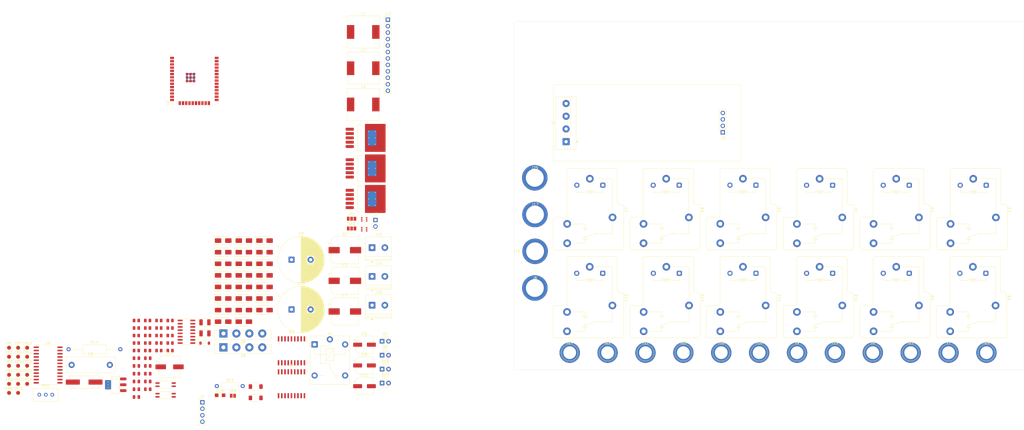
<source format=kicad_pcb>
(kicad_pcb (version 20241229) (generator "pcbnew") (generator_version "9.0")
  (layers (0 "F.Cu" signal) (4 "In1.Cu" power) (6 "In2.Cu" power) (2 "B.Cu" signal) (13 "F.Paste" user) (15 "B.Paste" user) (5 "F.SilkS" user "F.Silkscreen") (7 "B.SilkS" user "B.Silkscreen") (1 "F.Mask" user) (3 "B.Mask" user) (25 "Edge.Cuts" user))
  (net 0 "")
  (net 1 "Net-(J3-Pin_3)")
  (net 2 "+5V")
  (net 3 "GND")
  (net 4 "VCC2")
  (net 5 "VCC1")
  (net 6 "/EN")
  (net 7 "+3.3V")
  (net 8 "+12V")
  (net 9 "Net-(D10-A)")
  (net 10 "/NEPA")
  (net 11 "VCC3")
  (net 12 "Net-(D13-K)")
  (net 13 "Net-(D14-A)")
  (net 14 "Net-(U7-Xi)")
  (net 15 "Net-(U7-Xo)")
  (net 16 "Net-(JP3-A)")
  (net 17 "Net-(D1-A)")
  (net 18 "Net-(D2-K)")
  (net 19 "Net-(D3-K)")
  (net 20 "Net-(D4-A)")
  (net 21 "Net-(D5-A)")
  (net 22 "Net-(D11-A)")
  (net 23 "/1TR 2")
  (net 24 "/1TR 1")
  (net 25 "/2TR 2")
  (net 26 "/2TR 1")
  (net 27 "Net-(D12-K)")
  (net 28 "Net-(D16-A)")
  (net 29 "/GPIO1{slash}TX")
  (net 30 "Net-(D17-A)")
  (net 31 "/GPIO3{slash}RX")
  (net 32 "/RD1C2")
  (net 33 "/RD1C4")
  (net 34 "/RD1C6")
  (net 35 "/RD1C8")
  (net 36 "/RD2C2")
  (net 37 "/RD2C4")
  (net 38 "/RD1C1")
  (net 39 "/RD1C3")
  (net 40 "/RD1C5")
  (net 41 "/RD1C7")
  (net 42 "/RD2C1")
  (net 43 "/RD2C3")
  (net 44 "/CT -")
  (net 45 "/CT +")
  (net 46 "/N")
  (net 47 "Net-(J3-Pin_2)")
  (net 48 "Net-(J4-Pin_2)")
  (net 49 "Net-(J4-Pin_3)")
  (net 50 "/INVERTER")
  (net 51 "Net-(J7-Pin_1)")
  (net 52 "Net-(J8-Pin_1)")
  (net 53 "Net-(J9-Pin_1)")
  (net 54 "Net-(J10-Pin_1)")
  (net 55 "Net-(J11-Pin_1)")
  (net 56 "/GPIO26")
  (net 57 "/GPIO18{slash}SCK")
  (net 58 "/GPIO23{slash}MOSI")
  (net 59 "/GPIO27")
  (net 60 "/GPIO5{slash}CS")
  (net 61 "/CONST")
  (net 62 "/GPIO25")
  (net 63 "/TRANS-IN")
  (net 64 "Net-(J24-Pin_1)")
  (net 65 "/GPIO17")
  (net 66 "/GPIO16")
  (net 67 "Net-(K2-Pad11A)")
  (net 68 "Net-(K3-Pad11A)")
  (net 69 "Net-(K10-Pad11A)")
  (net 70 "Net-(K11-Pad11A)")
  (net 71 "Net-(K12-Pad11A)")
  (net 72 "Net-(K13-Pad11A)")
  (net 79 "Net-(U2-~{ON}{slash}OFF)")
  (net 80 "/12V_EN")
  (net 81 "Net-(OC2-Pad1)")
  (net 82 "/NEPA_SENSE")
  (net 83 "Net-(Q1A-C1)")
  (net 84 "Net-(Q1A-E1)")
  (net 85 "/INVERTER_SENSE")
  (net 86 "/DTR")
  (net 87 "/RTS")
  (net 88 "/GPIO0")
  (net 89 "Net-(Q3-IN3)")
  (net 90 "Net-(Q3-IN1)")
  (net 91 "Net-(Q3-IN4)")
  (net 92 "Net-(Q3-IN2)")
  (net 93 "Net-(Q3-IN7)")
  (net 94 "Net-(Q3-IN8)")
  (net 95 "Net-(Q3-IN6)")
  (net 96 "Net-(Q3-IN5)")
  (net 97 "Net-(Q4-IN2)")
  (net 98 "/RD2C6")
  (net 99 "/RD2C5")
  (net 100 "Net-(Q4-IN4)")
  (net 103 "Net-(Q4-IN1)")
  (net 104 "/RD2C7")
  (net 105 "Net-(Q4-IN3)")
  (net 108 "/RD2C8")
  (net 109 "/IND_LED")
  (net 110 "/GPIO2")
  (net 111 "/GPIO21{slash}SDA")
  (net 112 "/GPIO22{slash}SCL")
  (net 113 "/~{INT}")
  (net 114 "Net-(U6-IO1_5)")
  (net 118 "/GPIO39")
  (net 120 "/GPIO12")
  (net 121 "/GPIO32")
  (net 122 "/GPIO13")
  (net 123 "/GPIO14")
  (net 124 "/GPIO19{slash}MISO")
  (net 125 "/GPIO4")
  (net 126 "/GPIO34")
  (net 127 "/GPIO33")
  (net 130 "/GPIO35")
  (net 132 "/GPIO36")
  (net 133 "/GPIO15")
  (footprint "Relay_THT:Relay_SPDT_RAYEX-L90" (layer "F.Cu") (at 273.06 108.752 -90)
    (property "Reference" "K8" (at 12.1666 -14.3 90) (layer "F.SilkS"))
    (property "Value" "30A RELAY")
    (pad "11A" thru_hole circle (at 0 0 90) (size 3 3) (drill 1.6) (layers "*.Cu" "*.Mask") (net 67 "Net-(K2-Pad11A)"))
    (pad "11B" thru_hole circle (at 15.2 -8.9 90) (size 3 3) (drill 1.6) (layers "*.Cu" "*.Mask") (net 67 "Net-(K2-Pad11A)"))
    (pad "12" thru_hole circle (at 25.34 8.9 90) (size 3 3) (drill 1.6) (layers "*.Cu" "*.Mask"))
    (pad "14" thru_hole circle (at 17.74 8.9 90) (size 3 3) (drill 1.6) (layers "*.Cu" "*.Mask") (net 51 "Net-(J7-Pin_1)"))
    (pad "A1" thru_hole roundrect (at 2.54 -5.1 90) (size 2 2) (drill 1.1) (layers "*.Cu" "*.Mask") (net 38 "/RD1C1"))
    (pad "A2" thru_hole circle (at 2.54 5.1 90) (size 2 2) (drill 1.1) (layers "*.Cu" "*.Mask") (net 8 "+12V"))
  )
  (footprint "PCM_JLCPCB:SOIC-16_3.9x9.9mm_P1.27mm" (layer "F.Cu") (at -35.615 134.28)
    (property "Reference" "U7" (hide yes))
    (property "Value" "CH340C")
    (pad "1" smd roundrect (at -2.48 -4.45) (size 1.95 0.6) (layers "F.Cu" "F.Mask" "F.Paste") (net 3 "GND"))
    (pad "2" smd roundrect (at -2.48 -3.17) (size 1.95 0.6) (layers "F.Cu" "F.Mask" "F.Paste") (net 31 "/GPIO3{slash}RX"))
    (pad "3" smd roundrect (at -2.48 -1.91) (size 1.95 0.6) (layers "F.Cu" "F.Mask" "F.Paste") (net 29 "/GPIO1{slash}TX"))
    (pad "4" smd roundrect (at -2.48 -0.64) (size 1.95 0.6) (layers "F.Cu" "F.Mask" "F.Paste") (net 16 "Net-(JP3-A)"))
    (pad "5" smd roundrect (at -2.48 0.64) (size 1.95 0.6) (layers "F.Cu" "F.Mask" "F.Paste") (net 48 "Net-(J4-Pin_2)"))
    (pad "6" smd roundrect (at -2.48 1.91) (size 1.95 0.6) (layers "F.Cu" "F.Mask" "F.Paste") (net 49 "Net-(J4-Pin_3)"))
    (pad "7" smd roundrect (at -2.48 3.17) (size 1.95 0.6) (layers "F.Cu" "F.Mask" "F.Paste") (net 14 "Net-(U7-Xi)"))
    (pad "8" smd roundrect (at -2.48 4.45) (size 1.95 0.6) (layers "F.Cu" "F.Mask" "F.Paste") (net 15 "Net-(U7-Xo)"))
    (pad "9" smd roundrect (at 2.48 4.45) (size 1.95 0.6) (layers "F.Cu" "F.Mask" "F.Paste"))
    (pad "10" smd roundrect (at 2.48 3.17) (size 1.95 0.6) (layers "F.Cu" "F.Mask" "F.Paste"))
    (pad "11" smd roundrect (at 2.48 1.91) (size 1.95 0.6) (layers "F.Cu" "F.Mask" "F.Paste"))
    (pad "12" smd roundrect (at 2.48 0.64) (size 1.95 0.6) (layers "F.Cu" "F.Mask" "F.Paste"))
    (pad "13" smd roundrect (at 2.48 -0.64) (size 1.95 0.6) (layers "F.Cu" "F.Mask" "F.Paste") (net 86 "/DTR"))
    (pad "14" smd roundrect (at 2.48 -1.91) (size 1.95 0.6) (layers "F.Cu" "F.Mask" "F.Paste") (net 87 "/RTS"))
    (pad "15" smd roundrect (at 2.48 -3.17) (size 1.95 0.6) (layers "F.Cu" "F.Mask" "F.Paste"))
    (pad "16" smd roundrect (at 2.48 -4.45) (size 1.95 0.6) (layers "F.Cu" "F.Mask" "F.Paste") (net 7 "+3.3V"))
  )
  (footprint "PCM_JLCPCB:C_0805" (layer "F.Cu") (at -55.255 156.86)
    (property "Reference" "C17" (hide yes))
    (property "Value" "0.1uF/25V")
    (pad "1" smd roundrect (at -0.95 0) (size 1 1.45) (layers "F.Cu" "F.Mask" "F.Paste") (net 7 "+3.3V"))
    (pad "2" smd roundrect (at 0.95 0) (size 1 1.45) (layers "F.Cu" "F.Mask" "F.Paste") (net 3 "GND"))
  )
  (footprint "Capacitor_SMD:CP_Elec_10x12.5" (layer "F.Cu") (at 26.55 102.21)
    (property "Reference" "C1" (at 0 -6.3 0) (layer "F.SilkS"))
    (property "Value" "680uF_35V")
    (pad "1" smd roundrect (at -4.2 0) (size 4.4 2.5) (layers "F.Cu" "F.Mask" "F.Paste") (roundrect_rratio 0.1) (net 4 "VCC2"))
    (pad "2" smd roundrect (at 4.2 0) (size 4.4 2.5) (layers "F.Cu" "F.Mask" "F.Paste") (roundrect_rratio 0.1) (net 3 "GND"))
  )
  (footprint "TestPoint:TestPoint_Pad_D1.5mm" (layer "F.Cu") (at -105.255 144.1)
    (property "Reference" "TP2" (at 0 -1.648 0) (layer "F.SilkS"))
    (property "Value" "TestPoint")
    (pad "1" smd circle (at 0 0) (size 1.5 1.5) (layers "F.Cu" "F.Mask") (net 85 "/INVERTER_SENSE"))
  )
  (footprint "PCM_JLCPCB:C_0805" (layer "F.Cu") (at -50.805 153.81)
    (property "Reference" "C23" (hide yes))
    (property "Value" "100nF")
    (pad "1" smd roundrect (at -0.95 0) (size 1 1.45) (layers "F.Cu" "F.Mask" "F.Paste") (net 8 "+12V"))
    (pad "2" smd roundrect (at 0.95 0) (size 1 1.45) (layers "F.Cu" "F.Mask" "F.Paste") (net 3 "GND"))
  )
  (footprint "PCM_JLCPCB:TO-263-5_L10.2-W8.9-P1.70-TL" (layer "F.Cu") (at 33.48 70.085)
    (property "Reference" "U2" (hide yes))
    (property "Value" "LM2596S-12")
    (pad "1" smd roundrect (at -5.01 -3.4) (size 3.2 1.15) (layers "F.Cu" "F.Mask" "F.Paste") (roundrect_rratio 0.2173913043) (net 4 "VCC2"))
    (pad "2" smd roundrect (at -5.01 -1.7) (size 3.2 1.15) (layers "F.Cu" "F.Mask" "F.Paste") (roundrect_rratio 0.2173913043) (net 19 "Net-(D3-K)"))
    (pad "3" smd roundrect (at -5.01 0) (size 3.2 1.15) (layers "F.Cu" "F.Mask" "F.Paste") (roundrect_rratio 0.2173913043) (net 3 "GND"))
    (pad "4" smd roundrect (at -5.01 1.7) (size 3.2 1.15) (layers "F.Cu" "F.Mask" "F.Paste") (roundrect_rratio 0.2173913043) (net 8 "+12V"))
    (pad "5" smd roundrect (at -5.01 3.4) (size 3.2 1.15) (layers "F.Cu" "F.Mask" "F.Paste") (roundrect_rratio 0.2173913043) (net 79 "Net-(U2-~{ON}{slash}OFF)"))
    (pad "6" thru_hole circle (at 2.5 -2.5 90) (size 0.5 0.5) (drill 0.3) (layers "*.Cu" "*.Mask") (net 3 "GND"))
    (pad "6" thru_hole circle (at 2.5 0 90) (size 0.5 0.5) (drill 0.3) (layers "*.Cu" "*.Mask") (net 3 "GND"))
    (pad "6" thru_hole circle (at 2.5 2.5 90) (size 0.5 0.5) (drill 0.3) (layers "*.Cu" "*.Mask") (net 3 "GND"))
    (pad "6" smd roundrect (at 3.75 0 180) (size 3.5 6) (layers "B.Cu") (roundrect_rratio 0.07142857143) (net 3 "GND"))
    (pad "6" thru_hole circle (at 5 -2.5 90) (size 0.5 0.5) (drill 0.3) (layers "*.Cu" "*.Mask") (net 3 "GND"))
    (pad "6" thru_hole circle (at 5 0 90) (size 0.5 0.5) (drill 0.3) (layers "*.Cu" "*.Mask") (net 3 "GND"))
    (pad "6" thru_hole circle (at 5 2.5 90) (size 0.5 0.5) (drill 0.3) (layers "*.Cu" "*.Mask") (net 3 "GND"))
    (pad "6" smd roundrect (at 5.01 0 90) (size 11 8.1) (layers "F.Cu" "F.Mask" "F.Paste") (roundrect_rratio 0.03086419753) (net 3 "GND"))
  )
  (footprint "TestPoint:TestPoint_Plated_Hole_D5.0mm" (layer "F.Cu") (at 248.642909 142.494)
    (property "Reference" "J21" (at 0 -3.948 0) (layer "F.SilkS"))
    (property "Value" "N")
    (pad "1" thru_hole circle (at 0 0) (size 8 8) (drill 5) (layers "*.Cu" "*.Mask") (net 46 "/N"))
  )
  (footprint "PCM_JLCPCB:R_0805" (layer "F.Cu") (at -55.275 141.66)
    (property "Reference" "R5" (hide yes))
    (property "Value" "6.8k")
    (pad "1" smd roundrect (at -0.91 0) (size 1.02 1.4) (layers "F.Cu" "F.Mask" "F.Paste") (roundrect_rratio 0.243902) (net 46 "/N"))
    (pad "2" smd roundrect (at 0.91 0) (size 1.02 1.4) (layers "F.Cu" "F.Mask" "F.Paste") (roundrect_rratio 0.243902) (net 82 "/NEPA_SENSE"))
  )
  (footprint "LED_THT:LED_D3.0mm" (layer "F.Cu") (at 41.165 154.43)
    (property "Reference" "D17" (at 1.27 -2.96 0) (layer "F.SilkS"))
    (property "Value" "Green")
    (pad "1" thru_hole rect (at 0 0) (size 1.8 1.8) (drill 0.9) (layers "*.Cu" "*.Mask") (net 31 "/GPIO3{slash}RX"))
    (pad "2" thru_hole circle (at 2.54 0) (size 1.8 1.8) (drill 0.9) (layers "*.Cu" "*.Mask") (net 30 "Net-(D17-A)"))
  )
  (footprint "PCM_JLCPCB:R_0805" (layer "F.Cu") (at -42.045 132.81)
    (property "Reference" "R19" (hide yes))
    (property "Value" "330R")
    (pad "1" smd roundrect (at -0.91 0) (size 1.02 1.4) (layers "F.Cu" "F.Mask" "F.Paste") (roundrect_rratio 0.243902) (net 7 "+3.3V"))
    (pad "2" smd roundrect (at 0.91 0) (size 1.02 1.4) (layers "F.Cu" "F.Mask" "F.Paste") (roundrect_rratio 0.243902) (net 28 "Net-(D16-A)"))
  )
  (footprint "PCM_JLCPCB:C_0805" (layer "F.Cu") (at -50.805 147.71)
    (property "Reference" "C21" (hide yes))
    (property "Value" "22pF")
    (pad "1" smd roundrect (at -0.95 0) (size 1 1.45) (layers "F.Cu" "F.Mask" "F.Paste") (net 15 "Net-(U7-Xo)"))
    (pad "2" smd roundrect (at 0.95 0) (size 1 1.45) (layers "F.Cu" "F.Mask" "F.Paste") (net 3 "GND"))
  )
  (footprint "LED_THT:LED_D3.0mm" (layer "F.Cu") (at 41.165 143.49)
    (property "Reference" "D4" (at 1.27 -2.96 0) (layer "F.SilkS"))
    (property "Value" "GREEN")
    (pad "1" thru_hole rect (at 0 0) (size 1.8 1.8) (drill 0.9) (layers "*.Cu" "*.Mask") (net 3 "GND"))
    (pad "2" thru_hole circle (at 2.54 0) (size 1.8 1.8) (drill 0.9) (layers "*.Cu" "*.Mask") (net 20 "Net-(D4-A)"))
  )
  (footprint "Relay_THT:Relay_SPDT_RAYEX-L90" (layer "F.Cu") (at 212.890331 74.164062 -90)
    (property "Reference" "K4" (at 12.1666 -14.3 90) (layer "F.SilkS"))
    (property "Value" "30A RELAY")
    (pad "11A" thru_hole circle (at 0 0 90) (size 3 3) (drill 1.6) (layers "*.Cu" "*.Mask") (net 69 "Net-(K10-Pad11A)"))
    (pad "11B" thru_hole circle (at 15.2 -8.9 90) (size 3 3) (drill 1.6) (layers "*.Cu" "*.Mask") (net 69 "Net-(K10-Pad11A)"))
    (pad "12" thru_hole circle (at 25.34 8.9 90) (size 3 3) (drill 1.6) (layers "*.Cu" "*.Mask") (net 50 "/INVERTER"))
    (pad "14" thru_hole circle (at 17.74 8.9 90) (size 3 3) (drill 1.6) (layers "*.Cu" "*.Mask") (net 10 "/NEPA"))
    (pad "A1" thru_hole roundrect (at 2.54 -5.1 90) (size 2 2) (drill 1.1) (layers "*.Cu" "*.Mask") (net 8 "+12V"))
    (pad "A2" thru_hole circle (at 2.54 5.1 90) (size 2 2) (drill 1.1) (layers "*.Cu" "*.Mask") (net 34 "/RD1C6"))
  )
  (footprint "PCM_JLCPCB:C_0805" (layer "F.Cu") (at -50.805 144.66)
    (property "Reference" "C20" (hide yes))
    (property "Value" "22pF")
    (pad "1" smd roundrect (at -0.95 0) (size 1 1.45) (layers "F.Cu" "F.Mask" "F.Paste") (net 14 "Net-(U7-Xi)"))
    (pad "2" smd roundrect (at 0.95 0) (size 1 1.45) (layers "F.Cu" "F.Mask" "F.Paste") (net 3 "GND"))
  )
  (footprint "Capacitor_SMD:CP_Elec_8x11.9" (layer "F.Cu") (at -42.255 148.06)
    (property "Reference" "C14" (at 0 -5.2 0) (layer "F.SilkS"))
    (property "Value" "470uF/25V")
    (pad "1" smd roundrect (at -3.475 0) (size 4.15 1.9) (layers "F.Cu" "F.Mask" "F.Paste") (roundrect_rratio 0.131579) (net 11 "VCC3"))
    (pad "2" smd roundrect (at 3.475 0) (size 4.15 1.9) (layers "F.Cu" "F.Mask" "F.Paste") (roundrect_rratio 0.131579) (net 3 "GND"))
  )
  (footprint "Relay_THT:Relay_SPDT_RAYEX-L90" (layer "F.Cu") (at 182.8212 108.752 -90)
    (property "Reference" "K11" (at 12.1666 -14.3 90) (layer "F.SilkS"))
    (property "Value" "30A RELAY")
    (pad "11A" thru_hole circle (at 0 0 90) (size 3 3) (drill 1.6) (layers "*.Cu" "*.Mask") (net 70 "Net-(K11-Pad11A)"))
    (pad "11B" thru_hole circle (at 15.2 -8.9 90) (size 3 3) (drill 1.6) (layers "*.Cu" "*.Mask") (net 70 "Net-(K11-Pad11A)"))
    (pad "12" thru_hole circle (at 25.34 8.9 90) (size 3 3) (drill 1.6) (layers "*.Cu" "*.Mask"))
    (pad "14" thru_hole circle (at 17.74 8.9 90) (size 3 3) (drill 1.6) (layers "*.Cu" "*.Mask") (net 54 "Net-(J10-Pin_1)"))
    (pad "A1" thru_hole roundrect (at 2.54 -5.1 90) (size 2 2) (drill 1.1) (layers "*.Cu" "*.Mask") (net 41 "/RD1C7"))
    (pad "A2" thru_hole circle (at 2.54 5.1 90) (size 2 2) (drill 1.1) (layers "*.Cu" "*.Mask") (net 8 "+12V"))
  )
  (footprint "PCM_JLCPCB:C_CASE-B-3528-21(mm)" (layer "F.Cu") (at -28.355 130.56)
    (property "Reference" "C15" (hide yes))
    (property "Value" "4.7uF/16V")
    (pad "1" smd roundrect (at -1.54 0) (size 1.32 2.35) (layers "F.Cu" "F.Mask" "F.Paste") (roundrect_rratio 0.188679) (net 12 "Net-(D13-K)"))
    (pad "2" smd roundrect (at 1.54 0) (size 1.32 2.35) (layers "F.Cu" "F.Mask" "F.Paste") (roundrect_rratio 0.188679) (net 3 "GND"))
  )
  (footprint "PCM_JLCPCB:D_SMA" (layer "F.Cu") (at -13.085 107.56)
    (property "Reference" "D15" (hide yes))
    (property "Value" "SM4001")
    (pad "1" smd roundrect (at -2 0) (size 2.5 1.8) (layers "F.Cu" "F.Mask" "F.Paste") (roundrect_rratio 0.1388888889) (net 7 "+3.3V"))
    (pad "2" smd roundrect (at 2 0) (size 2.5 1.8) (layers "F.Cu" "F.Mask" "F.Paste") (roundrect_rratio 0.1388888889) (net 3 "GND"))
  )
  (footprint "PCM_JLCPCB:C_0805" (layer "F.Cu") (at -55.255 147.71)
    (property "Reference" "C4" (hide yes))
    (property "Value" "100nF")
    (pad "1" smd roundrect (at -0.95 0) (size 1 1.45) (layers "F.Cu" "F.Mask" "F.Paste") (net 3 "GND"))
    (pad "2" smd roundrect (at 0.95 0) (size 1 1.45) (layers "F.Cu" "F.Mask" "F.Paste") (net 7 "+3.3V"))
  )
  (footprint "TestPoint:TestPoint_Pad_D1.5mm" (layer "F.Cu") (at -98.155 154.75)
    (property "Reference" "TP17" (at 0 -1.648 0) (layer "F.SilkS"))
    (property "Value" "TestPoint")
    (pad "1" smd circle (at 0 0) (size 1.5 1.5) (layers "F.Cu" "F.Mask") (net 31 "/GPIO3{slash}RX"))
  )
  (footprint "PCM_JLCPCB:C_0805" (layer "F.Cu") (at -55.255 153.81)
    (property "Reference" "C13" (hide yes))
    (property "Value" "100nF")
    (pad "1" smd roundrect (at -0.95 0) (size 1 1.45) (layers "F.Cu" "F.Mask" "F.Paste") (net 3 "GND"))
    (pad "2" smd roundrect (at 0.95 0) (size 1 1.45) (layers "F.Cu" "F.Mask" "F.Paste") (net 4 "VCC2"))
  )
  (footprint "PCM_JLCPCB:R_0805" (layer "F.Cu") (at -55.275 129.86)
    (property "Reference" "R1" (hide yes))
    (property "Value" "680k")
    (pad "1" smd roundrect (at -0.91 0) (size 1.02 1.4) (layers "F.Cu" "F.Mask" "F.Paste") (roundrect_rratio 0.243902) (net 82 "/NEPA_SENSE"))
    (pad "2" smd roundrect (at 0.91 0) (size 1.02 1.4) (layers "F.Cu" "F.Mask" "F.Paste") (roundrect_rratio 0.243902) (net 10 "/NEPA"))
  )
  (footprint "PCM_JLCPCB:SOT-363_SC-70-6" (layer "F.Cu") (at 34.145 94.01)
    (property "Reference" "Q2" (hide yes))
    (property "Value" "UMH3N")
    (pad "1" smd roundrect (at -0.95 -0.65) (size 0.65 0.4) (layers "F.Cu" "F.Mask" "F.Paste") (net 87 "/RTS"))
    (pad "2" smd roundrect (at -0.95 0) (size 0.65 0.4) (layers "F.Cu" "F.Mask" "F.Paste") (net 86 "/DTR"))
    (pad "3" smd roundrect (at -0.95 0.65) (size 0.65 0.4) (layers "F.Cu" "F.Mask" "F.Paste") (net 88 "/GPIO0"))
    (pad "4" smd roundrect (at 0.95 0.65) (size 0.65 0.4) (layers "F.Cu" "F.Mask" "F.Paste") (net 86 "/DTR"))
    (pad "5" smd roundrect (at 0.95 0) (size 0.65 0.4) (layers "F.Cu" "F.Mask" "F.Paste") (net 87 "/RTS"))
    (pad "6" smd roundrect (at 0.95 -0.65) (size 0.65 0.4) (layers "F.Cu" "F.Mask" "F.Paste") (net 6 "/EN"))
  )
  (footprint "Connector_PinHeader_2.54mm:PinHeader_1x12_P2.54mm_Vertical" (layer "F.Cu") (at 43.435 11.63)
    (property "Reference" "J12" (at 0 -2.38 0) (layer "F.SilkS"))
    (property "Value" "DISPLAY")
    (pad "1" thru_hole rect (at 0 0) (size 1.7 1.7) (drill 1) (layers "*.Cu" "*.Mask") (net 7 "+3.3V"))
    (pad "2" thru_hole circle (at 0 2.54) (size 1.7 1.7) (drill 1) (layers "*.Cu" "*.Mask") (net 2 "+5V"))
    (pad "3" thru_hole circle (at 0 5.08) (size 1.7 1.7) (drill 1) (layers "*.Cu" "*.Mask") (net 2 "+5V"))
    (pad "4" thru_hole circle (at 0 7.62) (size 1.7 1.7) (drill 1) (layers "*.Cu" "*.Mask") (net 59 "/GPIO27"))
    (pad "5" thru_hole circle (at 0 10.16) (size 1.7 1.7) (drill 1) (layers "*.Cu" "*.Mask") (net 56 "/GPIO26"))
    (pad "6" thru_hole circle (at 0 12.7) (size 1.7 1.7) (drill 1) (layers "*.Cu" "*.Mask") (net 62 "/GPIO25"))
    (pad "7" thru_hole circle (at 0 15.24) (size 1.7 1.7) (drill 1) (layers "*.Cu" "*.Mask") (net 61 "/CONST"))
    (pad "8" thru_hole circle (at 0 17.78) (size 1.7 1.7) (drill 1) (layers "*.Cu" "*.Mask") (net 60 "/GPIO5{slash}CS"))
    (pad "9" thru_hole circle (at 0 20.32) (size 1.7 1.7) (drill 1) (layers "*.Cu" "*.Mask") (net 58 "/GPIO23{slash}MOSI"))
    (pad "10" thru_hole circle (at 0 22.86) (size 1.7 1.7) (drill 1) (layers "*.Cu" "*.Mask") (net 57 "/GPIO18{slash}SCK"))
    (pad "11" thru_hole circle (at 0 25.4) (size 1.7 1.7) (drill 1) (layers "*.Cu" "*.Mask") (net 3 "GND"))
    (pad "12" thru_hole circle (at 0 27.94) (size 1.7 1.7) (drill 1) (layers "*.Cu" "*.Mask") (net 3 "GND"))
  )
  (footprint "Capacitor_Tantalum_SMD:CP_EIA-3216-18_Kemet-A" (layer "F.Cu") (at -22.4 159.22)
    (property "Reference" "C19" (at 0 -1.75 0) (layer "F.SilkS"))
    (property "Value" "4.7uF/16V")
    (pad "1" smd roundrect (at -1.3525 0) (size 1.415 1.39) (layers "F.Cu" "F.Mask" "F.Paste") (roundrect_rratio 0.179856) (net 13 "Net-(D14-A)"))
    (pad "2" smd roundrect (at 1.3525 0) (size 1.415 1.39) (layers "F.Cu" "F.Mask" "F.Paste") (roundrect_rratio 0.179856) (net 3 "GND"))
  )
  (footprint "TestPoint:TestPoint_Pad_D1.5mm" (layer "F.Cu") (at -98.155 151.2)
    (property "Reference" "TP16" (at 0 -1.648 0) (layer "F.SilkS"))
    (property "Value" "TestPoint")
    (pad "1" smd circle (at 0 0) (size 1.5 1.5) (layers "F.Cu" "F.Mask") (net 29 "/GPIO1{slash}TX"))
  )
  (footprint "Relay_THT:Relay_SPDT_RAYEX-L90" (layer "F.Cu") (at 182.80855 74.124705 -90)
    (property "Reference" "K5" (at 12.1666 -14.3 90) (layer "F.SilkS"))
    (property "Value" "30A RELAY")
    (pad "11A" thru_hole circle (at 0 0 90) (size 3 3) (drill 1.6) (layers "*.Cu" "*.Mask") (net 70 "Net-(K11-Pad11A)"))
    (pad "11B" thru_hole circle (at 15.2 -8.9 90) (size 3 3) (drill 1.6) (layers "*.Cu" "*.Mask") (net 70 "Net-(K11-Pad11A)"))
    (pad "12" thru_hole circle (at 25.34 8.9 90) (size 3 3) (drill 1.6) (layers "*.Cu" "*.Mask") (net 50 "/INVERTER"))
    (pad "14" thru_hole circle (at 17.74 8.9 90) (size 3 3) (drill 1.6) (layers "*.Cu" "*.Mask") (net 10 "/NEPA"))
    (pad "A1" thru_hole roundrect (at 2.54 -5.1 90) (size 2 2) (drill 1.1) (layers "*.Cu" "*.Mask") (net 8 "+12V"))
    (pad "A2" thru_hole circle (at 2.54 5.1 90) (size 2 2) (drill 1.1) (layers "*.Cu" "*.Mask") (net 35 "/RD1C8"))
  )
  (footprint "PCM_JLCPCB:D_SMA" (layer "F.Cu") (at -21.195 112.11)
    (property "Reference" "D6" (hide yes))
    (property "Value" "SM4001")
    (pad "1" smd roundrect (at -2 0) (size 2.5 1.8) (layers "F.Cu" "F.Mask" "F.Paste") (roundrect_rratio 0.1388888889) (net 9 "Net-(D10-A)"))
    (pad "2" smd roundrect (at 2 0) (size 2.5 1.8) (layers "F.Cu" "F.Mask" "F.Paste") (roundrect_rratio 0.1388888889) (net 3 "GND"))
  )
  (footprint "Capacitor_THT:C_Rect_L19.0mm_W6.0mm_P15.00mm_MKS4" (layer "F.Cu") (at -80.695 147.3)
    (property "Reference" "C8" (at 7.5 -4.25 0) (layer "F.SilkS"))
    (property "Value" "145J400V")
    (pad "1" thru_hole circle (at 0 0) (size 2.4 2.4) (drill 1.2) (layers "*.Cu" "*.Mask") (net 9 "Net-(D10-A)"))
    (pad "2" thru_hole circle (at 15 0) (size 2.4 2.4) (drill 1.2) (layers "*.Cu" "*.Mask") (net 10 "/NEPA"))
  )
  (footprint "Relay_THT:Relay_SPDT_RAYEX-L90" (layer "F.Cu") (at 212.9008 108.752 -90)
    (property "Reference" "K10" (at 12.1666 -14.3 90) (layer "F.SilkS"))
    (property "Value" "30A RELAY")
    (pad "11A" thru_hole circle (at 0 0 90) (size 3 3) (drill 1.6) (layers "*.Cu" "*.Mask") (net 69 "Net-(K10-Pad11A)"))
    (pad "11B" thru_hole circle (at 15.2 -8.9 90) (size 3 3) (drill 1.6) (layers "*.Cu" "*.Mask") (net 69 "Net-(K10-Pad11A)"))
    (pad "12" thru_hole circle (at 25.34 8.9 90) (size 3 3) (drill 1.6) (layers "*.Cu" "*.Mask"))
    (pad "14" thru_hole circle (at 17.74 8.9 90) (size 3 3) (drill 1.6) (layers "*.Cu" "*.Mask") (net 53 "Net-(J9-Pin_1)"))
    (pad "A1" thru_hole roundrect (at 2.54 -5.1 90) (size 2 2) (drill 1.1) (layers "*.Cu" "*.Mask") (net 40 "/RD1C5"))
    (pad "A2" thru_hole circle (at 2.54 5.1 90) (size 2 2) (drill 1.1) (layers "*.Cu" "*.Mask") (net 8 "+12V"))
  )
  (footprint "TestPoint:TestPoint_Plated_Hole_D5.0mm" (layer "F.Cu") (at 129.678545 142.494)
    (property "Reference" "J22" (at 0 -3.948 0) (layer "F.SilkS"))
    (property "Value" "N")
    (pad "1" thru_hole circle (at 0 0) (size 8 8) (drill 5) (layers "*.Cu" "*.Mask") (net 46 "/N"))
  )
  (footprint "PCM_JLCPCB:SOP-4_4.4x2.6mm_P1.27mm" (layer "F.Cu") (at -43.805 159.23)
    (property "Reference" "OC2" (hide yes))
    (property "Value" "PC817XFP")
    (pad "1" smd roundrect (at -3.1875 -0.635) (size 1.625 0.6) (layers "F.Cu" "F.Mask" "F.Paste") (net 81 "Net-(OC2-Pad1)"))
    (pad "2" smd roundrect (at -3.1875 0.635) (size 1.625 0.6) (layers "F.Cu" "F.Mask" "F.Paste") (net 46 "/N"))
    (pad "3" smd roundrect (at 3.1875 0.635) (size 1.625 0.6) (layers "F.Cu" "F.Mask" "F.Paste") (net 3 "GND"))
    (pad "4" smd roundrect (at 3.1875 -0.635) (size 1.625 0.6) (layers "F.Cu" "F.Mask" "F.Paste") (net 21 "Net-(D5-A)"))
  )
  (footprint "PCM_JLCPCB:SOP-4_4.4x2.6mm_P1.27mm" (layer "F.Cu") (at -43.805 155.07)
    (property "Reference" "OC1" (hide yes))
    (property "Value" "PC817XFP")
    (pad "1" smd roundrect (at -3.1875 -0.635) (size 1.625 0.6) (layers "F.Cu" "F.Mask" "F.Paste") (net 80 "/12V_EN"))
    (pad "2" smd roundrect (at -3.1875 0.635) (size 1.625 0.6) (layers "F.Cu" "F.Mask" "F.Paste") (net 3 "GND"))
    (pad "3" smd roundrect (at 3.1875 0.635) (size 1.625 0.6) (layers "F.Cu" "F.Mask" "F.Paste") (net 3 "GND"))
    (pad "4" smd roundrect (at 3.1875 -0.635) (size 1.625 0.6) (layers "F.Cu" "F.Mask" "F.Paste") (net 79 "Net-(U2-~{ON}{slash}OFF)"))
  )
  (footprint "PCM_JLCPCB:R_0805" (layer "F.Cu") (at -42.045 129.86)
    (property "Reference" "R18" (hide yes))
    (property "Value" "150R")
    (pad "1" smd roundrect (at -0.91 0) (size 1.02 1.4) (layers "F.Cu" "F.Mask" "F.Paste") (roundrect_rratio 0.243902) (net 80 "/12V_EN"))
    (pad "2" smd roundrect (at 0.91 0) (size 1.02 1.4) (layers "F.Cu" "F.Mask" "F.Paste") (roundrect_rratio 0.243902) (net 114 "Net-(U6-IO1_5)"))
  )
  (footprint "PCM_JLCPCB:D_SMA" (layer "F.Cu") (at -13.085 121.21)
    (property "Reference" "D20" (hide yes))
    (property "Value" "SM4001")
    (pad "1" smd roundrect (at -2 0) (size 2.5 1.8) (layers "F.Cu" "F.Mask" "F.Paste") (roundrect_rratio 0.1388888889) (net 8 "+12V"))
    (pad "2" smd roundrect (at 2 0) (size 2.5 1.8) (layers "F.Cu" "F.Mask" "F.Paste") (roundrect_rratio 0.1388888889) (net 34 "/RD1C6"))
  )
  (footprint "PCM_JLCPCB:D_SMA" (layer "F.Cu") (at -21.195 98.46)
    (property "Reference" "D2" (hide yes))
    (property "Value" "1N5824")
    (pad "1" smd roundrect (at -2 0) (size 2.5 1.8) (layers "F.Cu" "F.Mask" "F.Paste") (roundrect_rratio 0.1388888889) (net 18 "Net-(D2-K)"))
    (pad "2" smd roundrect (at 2 0) (size 2.5 1.8) (layers "F.Cu" "F.Mask" "F.Paste") (roundrect_rratio 0.1388888889) (net 3 "GND"))
  )
  (footprint "TestPoint:TestPoint_Plated_Hole_D5.0mm" (layer "F.Cu") (at 101.134333 117.094)
    (property "Reference" "J6" (at 0 -3.948 0) (layer "F.SilkS"))
    (property "Value" "INVERTER")
    (pad "1" thru_hole circle (at 0 0) (size 10 10) (drill 7) (layers "*.Cu" "*.Mask") (net 50 "/INVERTER"))
  )
  (footprint "PCM_JLCPCB:R_0805" (layer "F.Cu") (at -42.045 135.76)
    (property "Reference" "R20" (hide yes))
    (property "Value" "330R")
    (pad "1" smd roundrect (at -0.91 0) (size 1.02 1.4) (layers "F.Cu" "F.Mask" "F.Paste") (roundrect_rratio 0.243902) (net 7 "+3.3V"))
    (pad "2" smd roundrect (at 0.91 0) (size 1.02 1.4) (layers "F.Cu" "F.Mask" "F.Paste") (roundrect_rratio 0.243902) (net 30 "Net-(D17-A)"))
  )
  (footprint "TestPoint:TestPoint_Pad_D1.5mm" (layer "F.Cu") (at -105.255 147.65)
    (property "Reference" "TP3" (at 0 -1.648 0) (layer "F.SilkS"))
    (property "Value" "TestPoint")
    (pad "1" smd circle (at 0 0) (size 1.5 1.5) (layers "F.Cu" "F.Mask") (net 79 "Net-(U2-~{ON}{slash}OFF)"))
  )
  (footprint "Resistor_THT:R_Axial_DIN0309_L9.0mm_D3.2mm_P20.32mm_Horizontal" (layer "F.Cu") (at -81.895 141.15)
    (property "Reference" "R14" (at 10.16 -2.72 0) (layer "F.SilkS"))
    (property "Value" "330R/2W")
    (pad "1" thru_hole circle (at 0 0) (size 1.6 1.6) (drill 0.8) (layers "*.Cu" "*.Mask") (net 46 "/N"))
    (pad "2" thru_hole circle (at 20.32 0) (size 1.6 1.6) (drill 0.8) (layers "*.Cu" "*.Mask") (net 22 "Net-(D11-A)"))
  )
  (footprint "TestPoint:TestPoint_Pad_D1.5mm" (layer "F.Cu") (at -101.705 154.75)
    (property "Reference" "TP11" (at 0 -1.648 0) (layer "F.SilkS"))
    (property "Value" "TestPoint")
    (pad "1" smd circle (at 0 0) (size 1.5 1.5) (layers "F.Cu" "F.Mask") (net 88 "/GPIO0"))
  )
  (footprint "PCM_JLCPCB:D_SMA" (layer "F.Cu") (at -13.085 103.01)
    (property "Reference" "D14" (hide yes))
    (property "Value" "1N5819")
    (pad "1" smd roundrect (at -2 0) (size 2.5 1.8) (layers "F.Cu" "F.Mask" "F.Paste") (roundrect_rratio 0.1388888889) (net 7 "+3.3V"))
    (pad "2" smd roundrect (at 2 0) (size 2.5 1.8) (layers "F.Cu" "F.Mask" "F.Paste") (roundrect_rratio 0.1388888889) (net 13 "Net-(D14-A)"))
  )
  (footprint "PCM_JLCPCB:D_SMA" (layer "F.Cu") (at -4.975 125.76)
    (property "Reference" "D29" (hide yes))
    (property "Value" "SM4001")
    (pad "1" smd roundrect (at -2 0) (size 2.5 1.8) (layers "F.Cu" "F.Mask" "F.Paste") (roundrect_rratio 0.1388888889) (net 8 "+12V"))
    (pad "2" smd roundrect (at 2 0) (size 2.5 1.8) (layers "F.Cu" "F.Mask" "F.Paste") (roundrect_rratio 0.1388888889) (net 43 "/RD2C3"))
  )
  (footprint "PCM_JLCPCB:C_0805" (layer "F.Cu") (at -55.255 144.66)
    (property "Reference" "C3" (hide yes))
    (property "Value" "470nF")
    (pad "1" smd roundrect (at -0.95 0) (size 1 1.45) (layers "F.Cu" "F.Mask" "F.Paste") (net 3 "GND"))
    (pad "2" smd roundrect (at 0.95 0) (size 1 1.45) (layers "F.Cu" "F.Mask" "F.Paste") (net 6 "/EN"))
  )
  (footprint "PCM_JLCPCB:D_SMA" (layer "F.Cu") (at -21.195 121.21)
    (property "Reference" "D10" (hide yes))
    (property "Value" "SM4001")
    (pad "1" smd roundrect (at -2 0) (size 2.5 1.8) (layers "F.Cu" "F.Mask" "F.Paste") (roundrect_rratio 0.1388888889) (net 11 "VCC3"))
    (pad "2" smd roundrect (at 2 0) (size 2.5 1.8) (layers "F.Cu" "F.Mask" "F.Paste") (roundrect_rratio 0.1388888889) (net 9 "Net-(D10-A)"))
  )
  (footprint "PCM_JLCPCB:D_SMA" (layer "F.Cu") (at -4.975 98.46)
    (property "Reference" "D23" (hide yes))
    (property "Value" "SM4001")
    (pad "1" smd roundrect (at -2 0) (size 2.5 1.8) (layers "F.Cu" "F.Mask" "F.Paste") (roundrect_rratio 0.1388888889) (net 8 "+12V"))
    (pad "2" smd roundrect (at 2 0) (size 2.5 1.8) (layers "F.Cu" "F.Mask" "F.Paste") (roundrect_rratio 0.1388888889) (net 37 "/RD2C4"))
  )
  (footprint "PCM_JLCPCB:R_0805" (layer "F.Cu") (at -46.455 129.86)
    (property "Reference" "R11" (hide yes))
    (property "Value" "330R")
    (pad "1" smd roundrect (at -0.91 0) (size 1.02 1.4) (layers "F.Cu" "F.Mask" "F.Paste") (roundrect_rratio 0.243902) (net 110 "/GPIO2"))
    (pad "2" smd roundrect (at 0.91 0) (size 1.02 1.4) (layers "F.Cu" "F.Mask" "F.Paste") (roundrect_rratio 0.243902) (net 20 "Net-(D4-A)"))
  )
  (footprint "PCM_JLCPCB:D_SMA" (layer "F.Cu") (at -13.085 112.11)
    (property "Reference" "D18" (hide yes))
    (property "Value" "SM4001")
    (pad "1" smd roundrect (at -2 0) (size 2.5 1.8) (layers "F.Cu" "F.Mask" "F.Paste") (roundrect_rratio 0.1388888889) (net 8 "+12V"))
    (pad "2" smd roundrect (at 2 0) (size 2.5 1.8) (layers "F.Cu" "F.Mask" "F.Paste") (roundrect_rratio 0.1388888889) (net 32 "/RD1C2"))
  )
  (footprint "PCM_JLCPCB:D_SMA" (layer "F.Cu") (at -13.085 125.76)
    (property "Reference" "D21" (hide yes))
    (property "Value" "SM4001")
    (pad "1" smd roundrect (at -2 0) (size 2.5 1.8) (layers "F.Cu" "F.Mask" "F.Paste") (roundrect_rratio 0.1388888889) (net 8 "+12V"))
    (pad "2" smd roundrect (at 2 0) (size 2.5 1.8) (layers "F.Cu" "F.Mask" "F.Paste") (roundrect_rratio 0.1388888889) (net 35 "/RD1C8"))
  )
  (footprint "LED_THT:LED_D3.0mm" (layer "F.Cu") (at 41.165 138.02)
    (property "Reference" "D1" (at 1.27 -2.96 0) (layer "F.SilkS"))
    (property "Value" "Blue")
    (pad "1" thru_hole rect (at 0 0) (size 1.8 1.8) (drill 0.9) (layers "*.Cu" "*.Mask") (net 3 "GND"))
    (pad "2" thru_hole circle (at 2.54 0) (size 1.8 1.8) (drill 0.9) (layers "*.Cu" "*.Mask") (net 17 "Net-(D1-A)"))
  )
  (footprint "PCM_JLCPCB:D_SMA" (layer "F.Cu") (at -4.975 112.11)
    (property "Reference" "D26" (hide yes))
    (property "Value" "SM4001")
    (pad "1" smd roundrect (at -2 0) (size 2.5 1.8) (layers "F.Cu" "F.Mask" "F.Paste") (roundrect_rratio 0.1388888889) (net 8 "+12V"))
    (pad "2" smd roundrect (at 2 0) (size 2.5 1.8) (layers "F.Cu" "F.Mask" "F.Paste") (roundrect_rratio 0.1388888889) (net 40 "/RD1C5"))
  )
  (footprint "TerminalBlock_Phoenix:TerminalBlock_Phoenix_PT-1,5-2-5.0-H_1x02_P5.00mm_Horizontal" (layer "F.Cu") (at 37.245 112.525)
    (property "Reference" "J14" (at 2.5 -5.12 0) (layer "F.SilkS"))
    (property "Value" "TRANS 2-OUT")
    (pad "1" thru_hole roundrect (at 0 0) (size 2.6 2.6) (drill 1.3) (layers "*.Cu" "*.Mask") (roundrect_rratio 0.096154) (net 26 "/2TR 1"))
    (pad "2" thru_hole circle (at 5 0) (size 2.6 2.6) (drill 1.3) (layers "*.Cu" "*.Mask") (net 25 "/2TR 2"))
  )
  (footprint "Inductor_SMD:L_12x12mm_H6mm" (layer "F.Cu") (at 33.755 30.71)
    (property "Reference" "L2" (at 0 -7.1 0) (layer "F.SilkS"))
    (property "Value" "33uH")
    (pad "1" smd rect (at -4.95 0) (size 2.9 5.4) (layers "F.Cu" "F.Mask" "F.Paste") (net 19 "Net-(D3-K)"))
    (pad "2" smd rect (at 4.95 0) (size 2.9 5.4) (layers "F.Cu" "F.Mask" "F.Paste") (net 8 "+12V"))
  )
  (footprint "TestPoint:TestPoint_Plated_Hole_D5.0mm" (layer "F.Cu") (at 159.419636 142.494)
    (property "Reference" "J23" (at 0 -3.948 0) (layer "F.SilkS"))
    (property "Value" "N")
    (pad "1" thru_hole circle (at 0 0) (size 8 8) (drill 5) (layers "*.Cu" "*.Mask") (net 46 "/N"))
  )
  (footprint "Inductor_SMD:L_12x12mm_H6mm" (layer "F.Cu") (at 33.755 44.96)
    (property "Reference" "L3" (at 0 -7.1 0) (layer "F.SilkS"))
    (property "Value" "33uH")
    (pad "1" smd rect (at -4.95 0) (size 2.9 5.4) (layers "F.Cu" "F.Mask" "F.Paste") (net 27 "Net-(D12-K)"))
    (pad "2" smd rect (at 4.95 0) (size 2.9 5.4) (layers "F.Cu" "F.Mask" "F.Paste") (net 2 "+5V"))
  )
  (footprint "PCM_JLCPCB:D_SMA" (layer "F.Cu") (at -4.975 103.01)
    (property "Reference" "D24" (hide yes))
    (property "Value" "SM4001")
    (pad "1" smd roundrect (at -2 0) (size 2.5 1.8) (layers "F.Cu" "F.Mask" "F.Paste") (roundrect_rratio 0.1388888889) (net 8 "+12V"))
    (pad "2" smd roundrect (at 2 0) (size 2.5 1.8) (layers "F.Cu" "F.Mask" "F.Paste") (roundrect_rratio 0.1388888889) (net 38 "/RD1C1"))
  )
  (footprint "Capacitor_SMD:CP_Elec_6.3x7.7" (layer "F.Cu") (at 34.265 155.66)
    (property "Reference" "C11" (at 0 -4.35 0) (layer "F.SilkS"))
    (property "Value" "220uF_16V")
    (pad "1" smd roundrect (at -2.7 0) (size 3.5 1.6) (layers "F.Cu" "F.Mask" "F.Paste") (roundrect_rratio 0.15625) (net 2 "+5V"))
    (pad "2" smd roundrect (at 2.7 0) (size 3.5 1.6) (layers "F.Cu" "F.Mask" "F.Paste") (roundrect_rratio 0.15625) (net 3 "GND"))
  )
  (footprint "TestPoint:TestPoint_Pad_D1.5mm" (layer "F.Cu") (at -105.255 151.2)
    (property "Reference" "TP4" (at 0 -1.648 0) (layer "F.SilkS"))
    (property "Value" "TestPoint")
    (pad "1" smd circle (at 0 0) (size 1.5 1.5) (layers "F.Cu" "F.Mask") (net 7 "+3.3V"))
  )
  (footprint "Diode_THT:Diode_Bridge_Vishay_GBU" (layer "F.Cu") (at -21.105 140.41)
    (property "Reference" "D9" (at 7.7 3.3 180) (layer "F.SilkS"))
    (property "Value" "GBU8M")
    (pad "1" thru_hole rect (at 0 0) (size 3.2 3.2) (drill 1.6) (layers "*.Cu" "*.Mask") (net 4 "VCC2"))
    (pad "2" thru_hole circle (at 5.08 0) (size 3.2 3.2) (drill 1.6) (layers "*.Cu" "*.Mask") (net 25 "/2TR 2"))
    (pad "3" thru_hole circle (at 10.16 0) (size 3.2 3.2) (drill 1.6) (layers "*.Cu" "*.Mask") (net 26 "/2TR 1"))
    (pad "4" thru_hole circle (at 15.24 0) (size 3.2 3.2) (drill 1.6) (layers "*.Cu" "*.Mask") (net 3 "GND"))
  )
  (footprint "Capacitor_THT:CP_Radial_D18.0mm_P7.50mm" (layer "F.Cu") (at 5.61944 105.96)
    (property "Reference" "C9" (at 3.75 -10.25 0) (layer "F.SilkS"))
    (property "Value" "2200uF/35V")
    (pad "1" thru_hole roundrect (at 0 0) (size 2.4 2.4) (drill 1.2) (layers "*.Cu" "*.Mask") (roundrect_rratio 0.104167) (net 5 "VCC1"))
    (pad "2" thru_hole circle (at 7.5 0) (size 2.4 2.4) (drill 1.2) (layers "*.Cu" "*.Mask") (net 3 "GND"))
  )
  (footprint "PCM_JLCPCB:D_SMA" (layer "F.Cu") (at -13.085 116.66)
    (property "Reference" "D19" (hide yes))
    (property "Value" "SM4001")
    (pad "1" smd roundrect (at -2 0) (size 2.5 1.8) (layers "F.Cu" "F.Mask" "F.Paste") (roundrect_rratio 0.1388888889) (net 8 "+12V"))
    (pad "2" smd roundrect (at 2 0) (size 2.5 1.8) (layers "F.Cu" "F.Mask" "F.Paste") (roundrect_rratio 0.1388888889) (net 33 "/RD1C4"))
  )
  (footprint "TerminalBlock:TerminalBlock_MaiXu_MX126-5.0-04P_1x04_P5.00mm" (layer "F.Cu") (at 113.389298 59.584007 90)
    (property "Reference" "J2" (at 7.25 -5.12 90) (layer "F.SilkS"))
    (property "Value" "PZEM_LOAD")
    (pad "1" thru_hole roundrect (at 0 0 90) (size 2.8 2.8) (drill 1.3) (layers "*.Cu" "*.Mask") (roundrect_rratio 0.089286) (net 10 "/NEPA"))
    (pad "2" thru_hole circle (at 5 0 90) (size 2.8 2.8) (drill 1.3) (layers "*.Cu" "*.Mask") (net 46 "/N"))
    (pad "3" thru_hole circle (at 10 0 90) (size 2.8 2.8) (drill 1.3) (layers "*.Cu" "*.Mask") (net 44 "/CT -"))
    (pad "4" thru_hole circle (at 15 0 90) (size 2.8 2.8) (drill 1.3) (layers "*.Cu" "*.Mask") (net 45 "/CT +"))
  )
  (footprint "PCM_JLCPCB:R_0805" (layer "F.Cu") (at -46.455 135.76)
    (property "Reference" "R15" (hide yes))
    (property "Value" "10k")
    (pad "1" smd roundrect (at -0.91 0) (size 1.02 1.4) (layers "F.Cu" "F.Mask" "F.Paste") (roundrect_rratio 0.243902) (net 111 "/GPIO21{slash}SDA"))
    (pad "2" smd roundrect (at 0.91 0) (size 1.02 1.4) (layers "F.Cu" "F.Mask" "F.Paste") (roundrect_rratio 0.243902) (net 7 "+3.3V"))
  )
  (footprint "Relay_THT:Relay_SPDT_RAYEX-L90" (layer "F.Cu") (at 242.972422 74.154474 -90)
    (property "Reference" "K3" (at 12.1666 -14.3 90) (layer "F.SilkS"))
    (property "Value" "30A RELAY")
    (pad "11A" thru_hole circle (at 0 0 90) (size 3 3) (drill 1.6) (layers "*.Cu" "*.Mask") (net 68 "Net-(K3-Pad11A)"))
    (pad "11B" thru_hole circle (at 15.2 -8.9 90) (size 3 3) (drill 1.6) (layers "*.Cu" "*.Mask") (net 68 "Net-(K3-Pad11A)"))
    (pad "12" thru_hole circle (at 25.34 8.9 90) (size 3 3) (drill 1.6) (layers "*.Cu" "*.Mask") (net 50 "/INVERTER"))
    (pad "14" thru_hole circle (at 17.74 8.9 90) (size 3 3) (drill 1.6) (layers "*.Cu" "*.Mask") (net 10 "/NEPA"))
    (pad "A1" thru_hole roundrect (at 2.54 -5.1 90) (size 2 2) (drill 1.1) (layers "*.Cu" "*.Mask") (net 8 "+12V"))
    (pad "A2" thru_hole circle (at 2.54 5.1 90) (size 2 2) (drill 1.1) (layers "*.Cu" "*.Mask") (net 33 "/RD1C4"))
  )
  (footprint "PCM_JLCPCB:D_SMA" (layer "F.Cu") (at -21.195 125.76)
    (property "Reference" "D11" (hide yes))
    (property "Value" "SM4001")
    (pad "1" smd roundrect (at -2 0) (size 2.5 1.8) (layers "F.Cu" "F.Mask" "F.Paste") (roundrect_rratio 0.1388888889) (net 11 "VCC3"))
    (pad "2" smd roundrect (at 2 0) (size 2.5 1.8) (layers "F.Cu" "F.Mask" "F.Paste") (roundrect_rratio 0.1388888889) (net 22 "Net-(D11-A)"))
  )
  (footprint "PCM_JLCPCB:D_SMA" (layer "F.Cu") (at -21.195 130.31)
    (property "Reference" "D12" (hide yes))
    (property "Value" "1N5824")
    (pad "1" smd roundrect (at -2 0) (size 2.5 1.8) (layers "F.Cu" "F.Mask" "F.Paste") (roundrect_rratio 0.1388888889) (net 27 "Net-(D12-K)"))
    (pad "2" smd roundrect (at 2 0) (size 2.5 1.8) (layers "F.Cu" "F.Mask" "F.Paste") (roundrect_rratio 0.1388888889) (net 3 "GND"))
  )
  (footprint "PCM_JLCPCB:D_SMA" (layer "F.Cu") (at -4.975 121.21)
    (property "Reference" "D28" (hide yes))
    (property "Value" "SM4001")
    (pad "1" smd roundrect (at -2 0) (size 2.5 1.8) (layers "F.Cu" "F.Mask" "F.Paste") (roundrect_rratio 0.1388888889) (net 8 "+12V"))
    (pad "2" smd roundrect (at 2 0) (size 2.5 1.8) (layers "F.Cu" "F.Mask" "F.Paste") (roundrect_rratio 0.1388888889) (net 42 "/RD2C1"))
  )
  (footprint "TestPoint:TestPoint_Plated_Hole_D5.0mm" (layer "F.Cu") (at 278.384 142.494)
    (property "Reference" "J20" (at 0 -3.948 0) (layer "F.SilkS"))
    (property "Value" "N")
    (pad "1" thru_hole circle (at 0 0) (size 8 8) (drill 5) (layers "*.Cu" "*.Mask") (net 46 "/N"))
  )
  (footprint "PCM_JLCPCB:R_0805" (layer "F.Cu") (at -55.275 138.71)
    (property "Reference" "R4" (hide yes))
    (property "Value" "6.8k")
    (pad "1" smd roundrect (at -0.91 0) (size 1.02 1.4) (layers "F.Cu" "F.Mask" "F.Paste") (roundrect_rratio 0.243902) (net 46 "/N"))
    (pad "2" smd roundrect (at 0.91 0) (size 1.02 1.4) (layers "F.Cu" "F.Mask" "F.Paste") (roundrect_rratio 0.243902) (net 85 "/INVERTER_SENSE"))
  )
  (footprint "PCM_JLCPCB:D_SMA" (layer "F.Cu") (at -4.975 107.56)
    (property "Reference" "D25" (hide yes))
    (property "Value" "SM4001")
    (pad "1" smd roundrect (at -2 0) (size 2.5 1.8) (layers "F.Cu" "F.Mask" "F.Paste") (roundrect_rratio 0.1388888889) (net 8 "+12V"))
    (pad "2" smd roundrect (at 2 0) (size 2.5 1.8) (layers "F.Cu" "F.Mask" "F.Paste") (roundrect_rratio 0.1388888889) (net 39 "/RD1C3"))
  )
  (footprint "PCM_JLCPCB:R_0805" (layer "F.Cu") (at -50.865 135.76)
    (property "Reference" "R8" (hide yes))
    (property "Value" "6.8k")
    (pad "1" smd roundrect (at -0.91 0) (size 1.02 1.4) (layers "F.Cu" "F.Mask" "F.Paste") (roundrect_rratio 0.243902) (net 46 "/N"))
    (pad "2" smd roundrect (at 0.91 0) (size 1.02 1.4) (layers "F.Cu" "F.Mask" "F.Paste") (roundrect_rratio 0.243902) (net 83 "Net-(Q1A-C1)"))
  )
  (footprint "TestPoint:TestPoint_Pad_D1.5mm" (layer "F.Cu") (at -101.705 144.1)
    (property "Reference" "TP8" (at 0 -1.648 0) (layer "F.SilkS"))
    (property "Value" "TestPoint")
    (pad "1" smd circle (at 0 0) (size 1.5 1.5) (layers "F.Cu" "F.Mask") (net 12 "Net-(D13-K)"))
  )
  (footprint "PCM_JLCPCB:D_SMA" (layer "F.Cu") (at -13.085 130.31)
    (property "Reference" "D22" (hide yes))
    (property "Value" "SM4001")
    (pad "1" smd roundrect (at -2 0) (size 2.5 1.8) (layers "F.Cu" "F.Mask" "F.Paste") (roundrect_rratio 0.1388888889) (net 8 "+12V"))
    (pad "2" smd roundrect (at 2 0) (size 2.5 1.8) (layers "F.Cu" "F.Mask" "F.Paste") (roundrect_rratio 0.1388888889) (net 36 "/RD2C2"))
  )
  (footprint "TestPoint:TestPoint_Plated_Hole_D5.0mm" (layer "F.Cu") (at 204.031273 142.494)
    (property "Reference" "J9" (at 0 -3.948 0) (layer "F.SilkS"))
    (property "Value" "LOAD 4")
    (pad "1" thru_hole circle (at 0 0) (size 8 8) (drill 5) (layers "*.Cu" "*.Mask") (net 53 "Net-(J9-Pin_1)"))
  )
  (footprint "PCM_JLCPCB:R_0805" (layer "F.Cu") (at -50.865 138.71)
    (property "Reference" "R9" (hide yes))
    (property "Value" "330R")
    (pad "1" smd roundrect (at -0.91 0) (size 1.02 1.4) (layers "F.Cu" "F.Mask" "F.Paste") (roundrect_rratio 0.243902) (net 84 "Net-(Q1A-E1)"))
    (pad "2" smd roundrect (at 0.91 0) (size 1.02 1.4) (layers "F.Cu" "F.Mask" "F.Paste") (roundrect_rratio 0.243902) (net 81 "Net-(OC2-Pad1)"))
  )
  (footprint "digikey-footprints:SOIC-18_W7.5mm" (layer "F.Cu") (at 5.605 154.71)
    (property "Reference" "Q4" (at 0 -7.4 0) (layer "F.SilkS"))
    (property "Value" "ULN2803ADWR")
    (pad "1" smd rect (at -5.08 4.7) (size 0.6 2) (layers "F.Cu" "F.Mask" "F.Paste") (net 103 "Net-(Q4-IN1)"))
    (pad "2" smd rect (at -3.81 4.7) (size 0.6 2) (layers "F.Cu" "F.Mask" "F.Paste") (net 97 "Net-(Q4-IN2)"))
    (pad "3" smd rect (at -2.54 4.7) (size 0.6 2) (layers "F.Cu" "F.Mask" "F.Paste") (net 105 "Net-(Q4-IN3)"))
    (pad "4" smd rect (at -1.27 4.7) (size 0.6 2) (layers "F.Cu" "F.Mask" "F.Paste") (net 100 "Net-(Q4-IN4)"))
    (pad "5" smd rect (at 0 4.7) (size 0.6 2) (layers "F.Cu" "F.Mask" "F.Paste"))
    (pad "6" smd rect (at 1.27 4.7) (size 0.6 2) (layers "F.Cu" "F.Mask" "F.Paste"))
    (pad "7" smd rect (at 2.54 4.7) (size 0.6 2) (layers "F.Cu" "F.Mask" "F.Paste"))
    (pad "8" smd rect (at 3.81 4.7) (size 0.6 2) (layers "F.Cu" "F.Mask" "F.Paste"))
    (pad "9" smd rect (at 5.08 4.7) (size 0.6 2) (layers "F.Cu" "F.Mask" "F.Paste") (net 3 "GND"))
    (pad "10" smd rect (at 5.08 -4.7) (size 0.6 2) (layers "F.Cu" "F.Mask" "F.Paste") (net 8 "+12V"))
    (pad "11" smd rect (at 3.81 -4.7) (size 0.6 2) (layers "F.Cu" "F.Mask" "F.Paste") (net 108 "/RD2C8"))
    (pad "12" smd rect (at 2.54 -4.7) (size 0.6 2) (layers "F.Cu" "F.Mask" "F.Paste") (net 104 "/RD2C7"))
    (pad "13" smd rect (at 1.27 -4.7) (size 0.6 2) (layers "F.Cu" "F.Mask" "F.Paste") (net 98 "/RD2C6"))
    (pad "14" smd rect (at 0 -4.7) (size 0.6 2) (layers "F.Cu" "F.Mask" "F.Paste") (net 99 "/RD2C5"))
    (pad "15" smd rect (at -1.27 -4.7) (size 0.6 2) (layers "F.Cu" "F.Mask" "F.Paste") (net 37 "/RD2C4"))
    (pad "16" smd rect (at -2.54 -4.7) (size 0.6 2) (layers "F.Cu" "F.Mask" "F.Paste") (net 43 "/RD2C3"))
    (pad "17" smd rect (at -3.81 -4.7) (size 0.6 2) (layers "F.Cu" "F.Mask" "F.Paste") (net 36 "/RD2C2"))
    (pad "18" smd rect (at -5.08 -4.7) (size 0.6 2) (layers "F.Cu" "F.Mask" "F.Paste") (net 42 "/RD2C1"))
  )
  (footprint "PCM_JLCPCB:C_0805" (layer "F.Cu") (at -50.805 150.76)
    (property "Reference" "C22" (hide yes))
    (property "Value" "100nF")
    (pad "1" smd roundrect (at -0.95 0) (size 1 1.45) (layers "F.Cu" "F.Mask" "F.Paste") (net 3 "GND"))
    (pad "2" smd roundrect (at 0.95 0) (size 1 1.45) (layers "F.Cu" "F.Mask" "F.Paste") (net 16 "Net-(JP3-A)"))
  )
  (footprint "Capacitor_SMD:CP_Elec_10x12.5" (layer "F.Cu") (at 26.55 126.31)
    (property "Reference" "C7" (at 0 -6.3 0) (layer "F.SilkS"))
    (property "Value" "680uF_35V")
    (pad "1" smd roundrect (at -4.2 0) (size 4.4 2.5) (layers "F.Cu" "F.Mask" "F.Paste") (roundrect_rratio 0.1) (net 5 "VCC1"))
    (pad "2" smd roundrect (at 4.2 0) (size 4.4 2.5) (layers "F.Cu" "F.Mask" "F.Paste") (roundrect_rratio 0.1) (net 3 "GND"))
  )
  (footprint "TestPoint:TestPoint_Plated_Hole_D5.0mm" (layer "F.Cu") (at 263.513455 142.494)
    (property "Reference" "J7" (at 0 -3.948 0) (layer "F.SilkS"))
    (property "Value" "LOAD 6")
    (pad "1" thru_hole circle (at 0 0) (size 8 8) (drill 5) (layers "*.Cu" "*.Mask") (net 51 "Net-(J7-Pin_1)"))
  )
  (footprint "Relay_THT:Relay_SPDT_RAYEX-L90" (layer "F.Cu") (at 152.683862 74.141737 -90)
    (property "Reference" "K6" (at 12.1666 -14.3 90) (layer "F.SilkS"))
    (property "Value" "30A RELAY")
    (pad "11A" thru_hole circle (at 0 0 90) (size 3 3) (drill 1.6) (layers "*.Cu" "*.Mask") (net 71 "Net-(K12-Pad11A)"))
    (pad "11B" thru_hole circle (at 15.2 -8.9 90) (size 3 3) (drill 1.6) (layers "*.Cu" "*.Mask") (net 71 "Net-(K12-Pad11A)"))
    (pad "12" thru_hole circle (at 25.34 8.9 90) (size 3 3) (drill 1.6) (layers "*.Cu" "*.Mask") (net 50 "/INVERTER"))
    (pad "14" thru_hole circle (at 17.74 8.9 90) (size 3 3) (drill 1.6) (layers "*.Cu" "*.Mask") (net 10 "/NEPA"))
    (pad "A1" thru_hole roundrect (at 2.54 -5.1 90) (size 2 2) (drill 1.1) (layers "*.Cu" "*.Mask") (net 8 "+12V"))
    (pad "A2" thru_hole circle (at 2.54 5.1 90) (size 2 2) (drill 1.1) (layers "*.Cu" "*.Mask") (net 36 "/RD2C2"))
  )
  (footprint "PCM_JLCPCB:R_0805" (layer "F.Cu") (at -46.455 138.71)
    (property "Reference" "R16" (hide yes))
    (property "Value" "10k")
    (pad "1" smd roundrect (at -0.91 0) (size 1.02 1.4) (layers "F.Cu" "F.Mask" "F.Paste") (roundrect_rratio 0.243902) (net 112 "/GPIO22{slash}SCL"))
    (pad "2" smd roundrect (at 0.91 0) (size 1.02 1.4) (layers "F.Cu" "F.Mask" "F.Paste") (roundrect_rratio 0.243902) (net 7 "+3.3V"))
  )
  (footprint "PCM_JLCPCB:SW_TS-1088-AR02016" (layer "F.Cu") (at -8.445 160.27)
    (property "Reference" "SW2" (hide yes))
    (property "Value" "FLASH")
    (pad "1" smd roundrect (at -2.075 0) (size 1.35 1.8) (layers "F.Cu" "F.Mask" "F.Paste") (roundrect_rratio 0.1851851852) (net 3 "GND"))
    (pad "2" smd roundrect (at 2.075 0) (size 1.35 1.8) (layers "F.Cu" "F.Mask" "F.Paste") (roundrect_rratio 0.1851851852) (net 88 "/GPIO0"))
  )
  (footprint "TestPoint:TestPoint_Pad_D1.5mm" (layer "F.Cu") (at -101.705 151.2)
    (property "Reference" "TP10" (at 0 -1.648 0) (layer "F.SilkS"))
    (property "Value" "TestPoint")
    (pad "1" smd circle (at 0 0) (size 1.5 1.5) (layers "F.Cu" "F.Mask") (net 6 "/EN"))
  )
  (footprint "TestPoint:TestPoint_Pad_D1.5mm" (layer "F.Cu") (at -98.155 140.55)
    (property "Reference" "TP13" (at 0 -1.648 0) (layer "F.SilkS"))
    (property "Value" "TestPoint")
    (pad "1" smd circle (at 0 0) (size 1.5 1.5) (layers "F.Cu" "F.Mask") (net 3 "GND"))
  )
  (footprint "Jumper:SolderJumper-2_P1.3mm_Open_Pad1.0x1.5mm" (layer "F.Cu") (at -17.395 159.42)
    (property "Reference" "JP3" (at 0 -1.8 0) (layer "F.SilkS"))
    (property "Value" "~")
    (pad "1" smd rect (at -0.65 0) (size 1 1.5) (layers "F.Cu" "F.Mask") (net 16 "Net-(JP3-A)"))
    (pad "2" smd rect (at 0.65 0) (size 1 1.5) (layers "F.Cu" "F.Mask") (net 7 "+3.3V"))
  )
  (footprint "Capacitor_SMD:CP_Elec_10x12.5" (layer "F.Cu") (at 26.55 114.26)
    (property "Reference" "C2" (at 0 -6.3 0) (layer "F.SilkS"))
    (property "Value" "680uF_35V")
    (pad "1" smd roundrect (at -4.2 0) (size 4.4 2.5) (layers "F.Cu" "F.Mask" "F.Paste") (roundrect_rratio 0.1) (net 5 "VCC1"))
    (pad "2" smd roundrect (at 4.2 0) (size 4.4 2.5) (layers "F.Cu" "F.Mask" "F.Paste") (roundrect_rratio 0.1) (net 3 "GND"))
  )
  (footprint "Potentiometer_THT:Potentiometer_Bourns_3296W_Vertical" (layer "F.Cu") (at -88.295 159.01)
    (property "Reference" "RV1" (at -2.54 -3.66 0) (layer "F.SilkS"))
    (property "Value" "10K")
    (pad "1" thru_hole circle (at 0 0) (size 1.44 1.44) (drill 0.8) (layers "*.Cu" "*.Mask") (net 3 "GND"))
    (pad "2" thru_hole circle (at -2.54 0) (size 1.44 1.44) (drill 0.8) (layers "*.Cu" "*.Mask") (net 61 "/CONST"))
    (pad "3" thru_hole circle (at -5.08 0) (size 1.44 1.44) (drill 0.8) (layers "*.Cu" "*.Mask") (net 2 "+5V"))
  )
  (footprint "TestPoint:TestPoint_Pad_D1.5mm" (layer "F.Cu") (at -105.255 154.75)
    (property "Reference" "TP5" (at 0 -1.648 0) (layer "F.SilkS"))
    (property "Value" "TestPoint")
    (pad "1" smd circle (at 0 0) (size 1.5 1.5) (layers "F.Cu" "F.Mask") (net 8 "+12V"))
  )
  (footprint "PCM_JLCPCB:R_0805" (layer "F.Cu") (at -46.455 141.66)
    (property "Reference" "R17" (hide yes))
    (property "Value" "10k")
    (pad "1" smd roundrect (at -0.91 0) (size 1.02 1.4) (layers "F.Cu" "F.Mask" "F.Paste") (roundrect_rratio 0.243902) (net 113 "/~{INT}"))
    (pad "2" smd roundrect (at 0.91 0) (size 1.02 1.4) (layers "F.Cu" "F.Mask" "F.Paste") (roundrect_rratio 0.243902) (net 7 "+3.3V"))
  )
  (footprint "PCM_JLCPCB:R_0805" (layer "F.Cu") (at -50.865 132.81)
    (property "Reference" "R7" (hide yes))
    (property "Value" "680k")
    (pad "1" smd roundrect (at -0.91 0) (size 1.02 1.4) (layers "F.Cu" "F.Mask" "F.Paste") (roundrect_rratio 0.243902) (net 83 "Net-(Q1A-C1)"))
    (pad "2" smd roundrect (at 0.91 0) (size 1.02 1.4) (layers "F.Cu" "F.Mask" "F.Paste") (roundrect_rratio 0.243902) (net 10 "/NEPA"))
  )
  (footprint "PCM_JLCPCB:R_0805" (layer "F.Cu") (at -50.865 141.66)
    (property "Reference" "R10" (hide yes))
    (property "Value" "10k")
    (pad "1" smd roundrect (at -0.91 0) (size 1.02 1.4) (layers "F.Cu" "F.Mask" "F.Paste") (roundrect_rratio 0.243902) (net 6 "/EN"))
    (pad "2" smd roundrect (at 0.91 0) (size 1.02 1.4) (layers "F.Cu" "F.Mask" "F.Paste") (roundrect_rratio 0.243902) (net 7 "+3.3V"))
  )
  (footprint "Connector_PinHeader_2.54mm:PinHeader_1x02_P2.54mm_Vertical" (layer "F.Cu") (at 38.565 90.38)
    (property "Reference" "J1" (at 0 -2.38 0) (layer "F.SilkS"))
    (property "Value" "CT")
    (pad "1" thru_hole rect (at 0 0) (size 1.7 1.7) (drill 1) (layers "*.Cu" "*.Mask") (net 44 "/CT -"))
    (pad "2" thru_hole circle (at 0 2.54) (size 1.7 1.7) (drill 1) (layers "*.Cu" "*.Mask") (net 45 "/CT +"))
  )
  (footprint "TestPoint:TestPoint_Plated_Hole_D5.0mm" (layer "F.Cu") (at 189.160727 142.494)
    (property "Reference" "J18" (at 0 -3.948 0) (layer "F.SilkS"))
    (property "Value" "N")
    (pad "1" thru_hole circle (at 0 0) (size 8 8) (drill 5) (layers "*.Cu" "*.Mask") (net 46 "/N"))
  )
  (footprint "PCM_JLCPCB:TO-263-5_L10.2-W8.9-P1.70-TL" (layer "F.Cu") (at 33.48 58.085)
    (property "Reference" "U1" (hide yes))
    (property "Value" "LM2596S-3.3V")
    (pad "1" smd roundrect (at -5.01 -3.4) (size 3.2 1.15) (layers "F.Cu" "F.Mask" "F.Paste") (roundrect_rratio 0.2173913043) (net 5 "VCC1"))
    (pad "2" smd roundrect (at -5.01 -1.7) (size 3.2 1.15) (layers "F.Cu" "F.Mask" "F.Paste") (roundrect_rratio 0.2173913043) (net 18 "Net-(D2-K)"))
    (pad "3" smd roundrect (at -5.01 0) (size 3.2 1.15) (layers "F.Cu" "F.Mask" "F.Paste") (roundrect_rratio 0.2173913043) (net 3 "GND"))
    (pad "4" smd roundrect (at -5.01 1.7) (size 3.2 1.15) (layers "F.Cu" "F.Mask" "F.Paste") (roundrect_rratio 0.2173913043) (net 7 "+3.3V"))
    (pad "5" smd roundrect (at -5.01 3.4) (size 3.2 1.15) (layers "F.Cu" "F.Mask" "F.Paste") (roundrect_rratio 0.2173913043) (net 3 "GND"))
    (pad "6" thru_hole circle (at 2.5 -2.5 90) (size 0.5 0.5) (drill 0.3) (layers "*.Cu" "*.Mask") (net 3 "GND"))
    (pad "6" thru_hole circle (at 2.5 0 90) (size 0.5 0.5) (drill 0.3) (layers "*.Cu" "*.Mask") (net 3 "GND"))
    (pad "6" thru_hole circle (at 2.5 2.5 90) (size 0.5 0.5) (drill 0.3) (layers "*.Cu" "*.Mask") (net 3 "GND"))
    (pad "6" smd roundrect (at 3.75 0 180) (size 3.5 6) (layers "B.Cu") (roundrect_rratio 0.07142857143) (net 3 "GND"))
    (pad "6" thru_hole circle (at 5 -2.5 90) (size 0.5 0.5) (drill 0.3) (layers "*.Cu" "*.Mask") (net 3 "GND"))
    (pad "6" thru_hole circle (at 5 0 90) (size 0.5 0.5) (drill 0.3) (layers "*.Cu" "*.Mask") (net 3 "GND"))
    (pad "6" thru_hole circle (at 5 2.5 90) (size 0.5 0.5) (drill 0.3) (layers "*.Cu" "*.Mask") (net 3 "GND"))
    (pad "6" smd roundrect (at 5.01 0 90) (size 11 8.1) (layers "F.Cu" "F.Mask" "F.Paste") (roundrect_rratio 0.03086419753) (net 3 "GND"))
  )
  (footprint "Package_SO:SOIC-24W_7.5x15.4mm_P1.27mm" (layer "F.Cu") (at -89.925 147.355)
    (property "Reference" "U6" (at 0 -8.65 0) (layer "F.SilkS"))
    (property "Value" "PCA9555D")
    (pad "1" smd roundrect (at -4.65 -6.985) (size 2.05 0.6) (layers "F.Cu" "F.Mask" "F.Paste") (net 113 "/~{INT}"))
    (pad "2" smd roundrect (at -4.65 -5.715) (size 2.05 0.6) (layers "F.Cu" "F.Mask" "F.Paste") (net 3 "GND"))
    (pad "3" smd roundrect (at -4.65 -4.445) (size 2.05 0.6) (layers "F.Cu" "F.Mask" "F.Paste") (net 3 "GND"))
    (pad "4" smd roundrect (at -4.65 -3.175) (size 2.05 0.6) (layers "F.Cu" "F.Mask" "F.Paste") (net 90 "Net-(Q3-IN1)"))
    (pad "5" smd roundrect (at -4.65 -1.905) (size 2.05 0.6) (layers "F.Cu" "F.Mask" "F.Paste") (net 92 "Net-(Q3-IN2)"))
    (pad "6" smd roundrect (at -4.65 -0.635) (size 2.05 0.6) (layers "F.Cu" "F.Mask" "F.Paste") (net 89 "Net-(Q3-IN3)"))
    (pad "7" smd roundrect (at -4.65 0.635) (size 2.05 0.6) (layers "F.Cu" "F.Mask" "F.Paste") (net 91 "Net-(Q3-IN4)"))
    (pad "8" smd roundrect (at -4.65 1.905) (size 2.05 0.6) (layers "F.Cu" "F.Mask" "F.Paste") (net 96 "Net-(Q3-IN5)"))
    (pad "9" smd roundrect (at -4.65 3.175) (size 2.05 0.6) (layers "F.Cu" "F.Mask" "F.Paste") (net 95 "Net-(Q3-IN6)"))
    (pad "10" smd roundrect (at -4.65 4.445) (size 2.05 0.6) (layers "F.Cu" "F.Mask" "F.Paste") (net 93 "Net-(Q3-IN7)"))
    (pad "11" smd roundrect (at -4.65 5.715) (size 2.05 0.6) (layers "F.Cu" "F.Mask" "F.Paste") (net 94 "Net-(Q3-IN8)"))
    (pad "12" smd roundrect (at -4.65 6.985) (size 2.05 0.6) (layers "F.Cu" "F.Mask" "F.Paste") (net 3 "GND"))
    (pad "13" smd roundrect (at 4.65 6.985) (size 2.05 0.6) (layers "F.Cu" "F.Mask" "F.Paste") (net 103 "Net-(Q4-IN1)"))
    (pad "14" smd roundrect (at 4.65 5.715) (size 2.05 0.6) (layers "F.Cu" "F.Mask" "F.Paste") (net 97 "Net-(Q4-IN2)"))
    (pad "15" smd roundrect (at 4.65 4.445) (size 2.05 0.6) (layers "F.Cu" "F.Mask" "F.Paste") (net 105 "Net-(Q4-IN3)"))
    (pad "16" smd roundrect (at 4.65 3.175) (size 2.05 0.6) (layers "F.Cu" "F.Mask" "F.Paste") (net 100 "Net-(Q4-IN4)"))
    (pad "17" smd roundrect (at 4.65 1.905) (size 2.05 0.6) (layers "F.Cu" "F.Mask" "F.Paste") (net 109 "/IND_LED"))
    (pad "18" smd roundrect (at 4.65 0.635) (size 2.05 0.6) (layers "F.Cu" "F.Mask" "F.Paste") (net 114 "Net-(U6-IO1_5)"))
    (pad "19" smd roundrect (at 4.65 -0.635) (size 2.05 0.6) (layers "F.Cu" "F.Mask" "F.Paste") (net 85 "/INVERTER_SENSE"))
    (pad "20" smd roundrect (at 4.65 -1.905) (size 2.05 0.6) (layers "F.Cu" "F.Mask" "F.Paste") (net 82 "/NEPA_SENSE"))
    (pad "21" smd roundrect (at 4.65 -3.175) (size 2.05 0.6) (layers "F.Cu" "F.Mask" "F.Paste") (net 3 "GND"))
    (pad "22" smd roundrect (at 4.65 -4.445) (size 2.05 0.6) (layers "F.Cu" "F.Mask" "F.Paste") (net 112 "/GPIO22{slash}SCL"))
    (pad "23" smd roundrect (at 4.65 -5.715) (size 2.05 0.6) (layers "F.Cu" "F.Mask" "F.Paste") (net 111 "/GPIO21{slash}SDA"))
    (pad "24" smd roundrect (at 4.65 -6.985) (size 2.05 0.6) (layers "F.Cu" "F.Mask" "F.Paste") (net 7 "+3.3V"))
  )
  (footprint "Jumper:SolderJumper-3_P1.3mm_Open_Pad1.0x1.5mm" (layer "F.Cu") (at 29.195 93.695)
    (property "Reference" "JP2" (at 0 -1.8 0) (layer "F.SilkS"))
    (property "Value" "~")
    (pad "1" smd rect (at -1.3 0) (size 1 1.5) (layers "F.Cu" "F.Mask") (net 66 "/GPIO16"))
    (pad "2" smd rect (at 0 0) (size 1 1.5) (layers "F.Cu" "F.Mask") (net 1 "Net-(J3-Pin_3)"))
    (pad "3" smd rect (at 1.3 0) (size 1 1.5) (layers "F.Cu" "F.Mask") (net 31 "/GPIO3{slash}RX"))
  )
  (footprint "PCM_JLCPCB:R_0805" (layer "F.Cu") (at -42.045 138.71)
    (property "Reference" "R21" (hide yes))
    (property "Value" "10k")
    (pad "1" smd roundrect (at -0.91 0) (size 1.02 1.4) (layers "F.Cu" "F.Mask" "F.Paste") (roundrect_rratio 0.243902) (net 56 "/GPIO26"))
    (pad "2" smd roundrect (at 0.91 0) (size 1.02 1.4) (layers "F.Cu" "F.Mask" "F.Paste") (roundrect_rratio 0.243902) (net 7 "+3.3V"))
  )
  (footprint "TestPoint:TestPoint_Plated_Hole_D5.0mm" (layer "F.Cu") (at 174.290182 142.494)
    (property "Reference" "J10" (at 0 -3.948 0) (layer "F.SilkS"))
    (property "Value" "LOAD 3")
    (pad "1" thru_hole circle (at 0 0) (size 8 8) (drill 5) (layers "*.Cu" "*.Mask") (net 54 "Net-(J10-Pin_1)"))
  )
  (footprint "PCM_JLCPCB:SW_TS-1088-AR02016" (layer "F.Cu") (at -8.445 155.82)
    (property "Reference" "SW1" (hide yes))
    (property "Value" "RESET")
    (pad "1" smd roundrect (at -2.075 0) (size 1.35 1.8) (layers "F.Cu" "F.Mask" "F.Paste") (roundrect_rratio 0.1851851852) (net 3 "GND"))
    (pad "2" smd roundrect (at 2.075 0) (size 1.35 1.8) (layers "F.Cu" "F.Mask" "F.Paste") (roundrect_rratio 0.1851851852) (net 6 "/EN"))
  )
  (footprint "PCM_JLCPCB:C_0805" (layer "F.Cu") (at -55.255 150.76)
    (property "Reference" "C12" (hide yes))
    (property "Value" "100nF")
    (pad "1" smd roundrect (at -0.95 0) (size 1 1.45) (layers "F.Cu" "F.Mask" "F.Paste") (net 3 "GND"))
    (pad "2" smd roundrect (at 0.95 0) (size 1 1.45) (layers "F.Cu" "F.Mask" "F.Paste") (net 5 "VCC1"))
  )
  (footprint "PCM_JLCPCB:R_0805" (layer "F.Cu") (at -46.455 132.81)
    (property "Reference" "R12" (hide yes))
    (property "Value" "10k")
    (pad "1" smd roundrect (at -0.91 0) (size 1.02 1.4) (layers "F.Cu" "F.Mask" "F.Paste") (roundrect_rratio 0.243902) (net 88 "/GPIO0"))
    (pad "2" smd roundrect (at 0.91 0) (size 1.02 1.4) (layers "F.Cu" "F.Mask" "F.Paste") (roundrect_rratio 0.243902) (net 7 "+3.3V"))
  )
  (footprint "Capacitor_SMD:CP_Elec_6.3x7.7" (layer "F.Cu") (at 34.265 139.36)
    (property "Reference" "C5" (at 0 -4.35 0) (layer "F.SilkS"))
    (property "Value" "220uF_16V")
    (pad "1" smd roundrect (at -2.7 0) (size 3.5 1.6) (layers "F.Cu" "F.Mask" "F.Paste") (roundrect_rratio 0.15625) (net 7 "+3.3V"))
    (pad "2" smd roundrect (at 2.7 0) (size 3.5 1.6) (layers "F.Cu" "F.Mask" "F.Paste") (roundrect_rratio 0.15625) (net 3 "GND"))
  )
  (footprint "TestPoint:TestPoint_Pad_D1.5mm" (layer "F.Cu") (at -98.155 144.1)
    (property "Reference" "TP14" (at 0 -1.648 0) (layer "F.SilkS"))
    (property "Value" "TestPoint")
    (pad "1" smd circle (at 0 0) (size 1.5 1.5) (layers "F.Cu" "F.Mask") (net 112 "/GPIO22{slash}SCL"))
  )
  (footprint "Jumper:SolderJumper-3_P1.3mm_Open_Pad1.0x1.5mm" (layer "F.Cu") (at 29.195 89.86)
    (property "Reference" "JP1" (at 0 -1.8 0) (layer "F.SilkS"))
    (property "Value" "~")
    (pad "1" smd rect (at -1.3 0) (size 1 1.5) (layers "F.Cu" "F.Mask") (net 29 "/GPIO1{slash}TX"))
    (pad "2" smd rect (at 0 0) (size 1 1.5) (layers "F.Cu" "F.Mask") (net 47 "Net-(J3-Pin_2)"))
    (pad "3" smd rect (at 1.3 0) (size 1 1.5) (layers "F.Cu" "F.Mask") (net 65 "/GPIO17"))
  )
  (footprint "TestPoint:TestPoint_Pad_D1.5mm" (layer "F.Cu") (at -105.255 140.55)
    (property "Reference" "TP1" (at 0 -1.648 0) (layer "F.SilkS"))
    (property "Value" "TestPoint")
    (pad "1" smd circle (at 0 0) (size 1.5 1.5) (layers "F.Cu" "F.Mask") (net 82 "/NEPA_SENSE"))
  )
  (footprint "Inductor_SMD:L_12x12mm_H6mm" (layer "F.Cu") (at 33.755 16.46)
    (property "Reference" "L1" (at 0 -7.1 0) (layer "F.SilkS"))
    (property "Value" "33uH")
    (pad "1" smd rect (at -4.95 0) (size 2.9 5.4) (layers "F.Cu" "F.Mask" "F.Paste") (net 18 "Net-(D2-K)"))
    (pad "2" smd rect (at 4.95 0) (size 2.9 5.4) (layers "F.Cu" "F.Mask" "F.Paste") (net 7 "+3.3V"))
  )
  (footprint "TestPoint:TestPoint_Plated_Hole_D5.0mm" (layer "F.Cu") (at 101.176667 88.222667)
    (property "Reference" "J17" (at 0 -3.948 0) (layer "F.SilkS"))
    (property "Value" "N")
    (pad "1" thru_hole circle (at 0 0) (size 10 10) (drill 7) (layers "*.Cu" "*.Mask") (net 46 "/N"))
  )
  (footprint "TestPoint:TestPoint_Plated_Hole_D5.0mm" (layer "F.Cu") (at 114.808 142.494)
    (property "Reference" "J24" (at 0 -3.948 0) (layer "F.SilkS"))
    (property "Value" "LOAD 1")
    (pad "1" thru_hole circle (at 0 0) (size 8 8) (drill 5) (layers "*.Cu" "*.Mask") (net 64 "Net-(J24-Pin_1)"))
  )
  (footprint "Diode_THT:Diode_Bridge_Vishay_GBU" (layer "F.Cu") (at -21.105 134.96)
    (property "Reference" "D8" (at 7.7 3.3 180) (layer "F.SilkS"))
    (property "Value" "GBU8M")
    (pad "1" thru_hole rect (at 0 0) (size 3.2 3.2) (drill 1.6) (layers "*.Cu" "*.Mask") (net 5 "VCC1"))
    (pad "2" thru_hole circle (at 5.08 0) (size 3.2 3.2) (drill 1.6) (layers "*.Cu" "*.Mask") (net 23 "/1TR 2"))
    (pad "3" thru_hole circle (at 10.16 0) (size 3.2 3.2) (drill 1.6) (layers "*.Cu" "*.Mask") (net 24 "/1TR 1"))
    (pad "4" thru_hole circle (at 15.24 0) (size 3.2 3.2) (drill 1.6) (layers "*.Cu" "*.Mask") (net 3 "GND"))
  )
  (footprint "PCM_JLCPCB:C_0805" (layer "F.Cu") (at -55.255 159.91)
    (property "Reference" "C18" (hide yes))
    (property "Value" "100nF")
    (pad "1" smd roundrect (at -0.95 0) (size 1 1.45) (layers "F.Cu" "F.Mask" "F.Paste") (net 3 "GND"))
    (pad "2" smd roundrect (at 0.95 0) (size 1 1.45) (layers "F.Cu" "F.Mask" "F.Paste") (net 12 "Net-(D13-K)"))
  )
  (footprint "PCM_JLCPCB:D_SMA" (layer "F.Cu") (at -13.085 98.46)
    (property "Reference" "D13" (hide yes))
    (property "Value" "1N5819")
    (pad "1" smd roundrect (at -2 0) (size 2.5 1.8) (layers "F.Cu" "F.Mask" "F.Paste") (roundrect_rratio 0.1388888889) (net 12 "Net-(D13-K)"))
    (pad "2" smd roundrect (at 2 0) (size 2.5 1.8) (layers "F.Cu" "F.Mask" "F.Paste") (roundrect_rratio 0.1388888889) (net 3 "GND"))
  )
  (footprint "PCM_JLCPCB:R_0805" (layer "F.Cu") (at -55.275 135.76)
    (property "Reference" "R3" (hide yes))
    (property "Value" "100k")
    (pad "1" smd roundrect (at -0.91 0) (size 1.02 1.4) (layers "F.Cu" "F.Mask" "F.Paste") (roundrect_rratio 0.243902) (net 79 "Net-(U2-~{ON}{slash}OFF)"))
    (pad "2" smd roundrect (at 0.91 0) (size 1.02 1.4) (layers "F.Cu" "F.Mask" "F.Paste") (roundrect_rratio 0.243902) (net 4 "VCC2"))
  )
  (footprint "PCM_JLCPCB:D_SMA" (layer "F.Cu") (at -4.975 116.66)
    (property "Reference" "D27" (hide yes))
    (property "Value" "SM4001")
    (pad "1" smd roundrect (at -2 0) (size 2.5 1.8) (layers "F.Cu" "F.Mask" "F.Paste") (roundrect_rratio 0.1388888889) (net 8 "+12V"))
    (pad "2" smd roundrect (at 2 0) (size 2.5 1.8) (layers "F.Cu" "F.Mask" "F.Paste") (roundrect_rratio 0.1388888889) (net 41 "/RD1C7"))
  )
  (footprint "TestPoint:TestPoint_Plated_Hole_D5.0mm" (layer "F.Cu") (at 101.092 73.787)
    (property "Reference" "J25" (at 0 -3.948 0) (layer "F.SilkS"))
    (property "Value" "NEPA")
    (pad "1" thru_hole circle (at 0 0) (size 10 10) (drill 7) (layers "*.Cu" "*.Mask") (net 10 "/NEPA"))
  )
  (footprint "Relay_THT:Relay_SPDT_RAYEX-L90" (layer "F.Cu") (at 152.7416 108.752 -90)
    (property "Reference" "K12" (at 12.1666 -14.3 90) (layer "F.SilkS"))
    (property "Value" "30A RELAY")
    (pad "11A" thru_hole circle (at 0 0 90) (size 3 3) (drill 1.6) (layers "*.Cu" "*.Mask") (net 71 "Net-(K12-Pad11A)"))
    (pad "11B" thru_hole circle (at 15.2 -8.9 90) (size 3 3) (drill 1.6) (layers "*.Cu" "*.Mask") (net 71 "Net-(K12-Pad11A)"))
    (pad "12" thru_hole circle (at 25.34 8.9 90) (size 3 3) (drill 1.6) (layers "*.Cu" "*.Mask"))
    (pad "14" thru_hole circle (at 17.74 8.9 90) (size 3 3) (drill 1.6) (layers "*.Cu" "*.Mask") (net 55 "Net-(J11-Pin_1)"))
    (pad "A1" thru_hole roundrect (at 2.54 -5.1 90) (size 2 2) (drill 1.1) (layers "*.Cu" "*.Mask") (net 42 "/RD2C1"))
    (pad "A2" thru_hole circle (at 2.54 5.1 90) (size 2 2) (drill 1.1) (layers "*.Cu" "*.Mask") (net 8 "+12V"))
  )
  (footprint "PCM_JLCPCB:SOT-363_SC-70-6" (layer "F.Cu") (at 34.145 90.085)
    (property "Reference" "Q1" (hide yes))
    (property "Value" "UMH3N")
    (pad "1" smd roundrect (at -0.95 -0.65) (size 0.65 0.4) (layers "F.Cu" "F.Mask" "F.Paste") (net 84 "Net-(Q1A-E1)"))
    (pad "2" smd roundrect (at -0.95 0) (size 0.65 0.4) (layers "F.Cu" "F.Mask" "F.Paste") (net 82 "/NEPA_SENSE"))
    (pad "3" smd roundrect (at -0.95 0.65) (size 0.65 0.4) (layers "F.Cu" "F.Mask" "F.Paste") (net 84 "Net-(Q1A-E1)"))
    (pad "4" smd roundrect (at 0.95 0.65) (size 0.65 0.4) (layers "F.Cu" "F.Mask" "F.Paste") (net 46 "/N"))
    (pad "5" smd roundrect (at 0.95 0) (size 0.65 0.4) (layers "F.Cu" "F.Mask" "F.Paste") (net 85 "/INVERTER_SENSE"))
    (pad "6" smd roundrect (at 0.95 -0.65) (size 0.65 0.4) (layers "F.Cu" "F.Mask" "F.Paste") (net 83 "Net-(Q1A-C1)"))
  )
  (footprint "TestPoint:TestPoint_Plated_Hole_D5.0mm" (layer "F.Cu") (at 218.901818 142.494)
    (property "Reference" "J19" (at 0 -3.948 0) (layer "F.SilkS"))
    (property "Value" "N")
    (pad "1" thru_hole circle (at 0 0) (size 8 8) (drill 5) (layers "*.Cu" "*.Mask") (net 46 "/N"))
  )
  (footprint "Capacitor_SMD:CP_Elec_6.3x7.7" (layer "F.Cu") (at 34.265 147.51)
    (property "Reference" "C6" (at 0 -4.35 0) (layer "F.SilkS"))
    (property "Value" "220uF_16V")
    (pad "1" smd roundrect (at -2.7 0) (size 3.5 1.6) (layers "F.Cu" "F.Mask" "F.Paste") (roundrect_rratio 0.15625) (net 8 "+12V"))
    (pad "2" smd roundrect (at 2.7 0) (size 3.5 1.6) (layers "F.Cu" "F.Mask" "F.Paste") (roundrect_rratio 0.15625) (net 3 "GND"))
  )
  (footprint "PCM_JLCPCB:R_0805" (layer "F.Cu") (at -55.275 132.81)
    (property "Reference" "R2" (hide yes))
    (property "Value" "680k")
    (pad "1" smd roundrect (at -0.91 0) (size 1.02 1.4) (layers "F.Cu" "F.Mask" "F.Paste") (roundrect_rratio 0.243902) (net 85 "/INVERTER_SENSE"))
    (pad "2" smd roundrect (at 0.91 0) (size 1.02 1.4) (layers "F.Cu" "F.Mask" "F.Paste") (roundrect_rratio 0.243902) (net 50 "/INVERTER"))
  )
  (footprint "LED_THT:LED_D3.0mm" (layer "F.Cu") (at 41.165 148.96)
    (property "Reference" "D16" (at 1.27 -2.96 0) (layer "F.SilkS"))
    (property "Value" "Red")
    (pad "1" thru_hole rect (at 0 0) (size 1.8 1.8) (drill 0.9) (layers "*.Cu" "*.Mask") (net 29 "/GPIO1{slash}TX"))
    (pad "2" thru_hole circle (at 2.54 0) (size 1.8 1.8) (drill 0.9) (layers "*.Cu" "*.Mask") (net 28 "Net-(D16-A)"))
  )
  (footprint "PCM_JLCPCB:D_SOD-123" (layer "F.Cu") (at -28.455 138.76)
    (property "Reference" "DZ1" (hide yes))
    (property "Value" "CMZ12")
    (pad "1" smd roundrect (at -1.65 0) (size 0.9 1.2) (layers "F.Cu" "F.Mask" "F.Paste") (net 11 "VCC3"))
    (pad "2" smd roundrect (at 1.65 0) (size 0.9 1.2) (layers "F.Cu" "F.Mask" "F.Paste") (net 3 "GND"))
  )
  (footprint "PCM_JLCPCB:D_SMA" (layer "F.Cu") (at -21.195 107.56)
    (property "Reference" "D5" (hide yes))
    (property "Value" "SM4001")
    (pad "1" smd roundrect (at -2 0) (size 2.5 1.8) (layers "F.Cu" "F.Mask" "F.Paste") (roundrect_rratio 0.1388888889) (net 11 "VCC3"))
    (pad "2" smd roundrect (at 2 0) (size 2.5 1.8) (layers "F.Cu" "F.Mask" "F.Paste") (roundrect_rratio 0.1388888889) (net 21 "Net-(D5-A)"))
  )
  (footprint "TerminalBlock_Phoenix:TerminalBlock_Phoenix_PT-1,5-2-5.0-H_1x02_P5.00mm_Horizontal" (layer "F.Cu") (at 37.245 101.21)
    (property "Reference" "J13" (at 2.5 -5.12 0) (layer "F.SilkS"))
    (property "Value" "TRANS-IN")
    (pad "1" thru_hole roundrect (at 0 0) (size 2.6 2.6) (drill 1.3) (layers "*.Cu" "*.Mask") (roundrect_rratio 0.096154) (net 63 "/TRANS-IN"))
    (pad "2" thru_hole circle (at 5 0) (size 2.6 2.6) (drill 1.3) (layers "*.Cu" "*.Mask") (net 46 "/N"))
  )
  (footprint "TestPoint:TestPoint_Pad_D1.5mm" (layer "F.Cu") (at -98.155 147.65)
    (property "Reference" "TP15" (at 0 -1.648 0) (layer "F.SilkS"))
    (property "Value" "TestPoint")
    (pad "1" smd circle (at 0 0) (size 1.5 1.5) (layers "F.Cu" "F.Mask") (net 111 "/GPIO21{slash}SDA"))
  )
  (footprint "PCM_JLCPCB:D_SMA" (layer "F.Cu") (at -21.195 103.01)
    (property "Reference" "D3" (hide yes))
    (property "Value" "1N5824")
    (pad "1" smd roundrect (at -2 0) (size 2.5 1.8) (layers "F.Cu" "F.Mask" "F.Paste") (roundrect_rratio 0.1388888889) (net 19 "Net-(D3-K)"))
    (pad "2" smd roundrect (at 2 0) (size 2.5 1.8) (layers "F.Cu" "F.Mask" "F.Paste") (roundrect_rratio 0.1388888889) (net 3 "GND"))
  )
  (footprint "PCM_JLCPCB:C_CASE-B-3528-21(mm)" (layer "F.Cu") (at -28.355 134.91)
    (property "Reference" "C16" (hide yes))
    (property "Value" "10uF_16V")
    (pad "1" smd roundrect (at -1.54 0) (size 1.32 2.35) (layers "F.Cu" "F.Mask" "F.Paste") (roundrect_rratio 0.188679) (net 12 "Net-(D13-K)"))
    (pad "2" smd roundrect (at 1.54 0) (size 1.32 2.35) (layers "F.Cu" "F.Mask" "F.Paste") (roundrect_rratio 0.188679) (net 3 "GND"))
  )
  (footprint "Relay_THT:Relay_SPDT_Finder_36.11" (layer "F.Cu") (at 14.67 139.26)
    (property "Reference" "K1" (at 6 -4.2 0) (layer "F.SilkS"))
    (property "Value" "10A RELAY")
    (pad "11" thru_hole circle (at 6 -2) (size 2.4 2.4) (drill 1.3) (layers "*.Cu" "*.Mask") (net 63 "/TRANS-IN"))
    (pad "12" thru_hole circle (at 12 12.2) (size 2.4 2.4) (drill 1.3) (layers "*.Cu" "*.Mask") (net 50 "/INVERTER"))
    (pad "14" thru_hole circle (at 0 12.2) (size 2.4 2.4) (drill 1.3) (layers "*.Cu" "*.Mask") (net 10 "/NEPA"))
    (pad "A1" thru_hole roundrect (at 0 0) (size 2.5 2.5) (drill 1.3) (layers "*.Cu" "*.Mask") (roundrect_rratio 0.1) (net 21 "Net-(D5-A)"))
    (pad "A2" thru_hole circle (at 12 0) (size 2.4 2.4) (drill 1.3) (layers "*.Cu" "*.Mask") (net 11 "VCC3"))
  )
  (footprint "TestPoint:TestPoint_Pad_D1.5mm" (layer "F.Cu") (at -105.255 158.3)
    (property "Reference" "TP6" (at 0 -1.648 0) (layer "F.SilkS"))
    (property "Value" "TestPoint")
    (pad "1" smd circle (at 0 0) (size 1.5 1.5) (layers "F.Cu" "F.Mask") (net 2 "+5V"))
  )
  (footprint "Relay_THT:Relay_SPDT_RAYEX-L90" (layer "F.Cu") (at 122.70989 74.141737 -90)
    (property "Reference" "K7" (at 12.1666 -14.3 90) (layer "F.SilkS"))
    (property "Value" "30A RELAY")
    (pad "11A" thru_hole circle (at 0 0 90) (size 3 3) (drill 1.6) (layers "*.Cu" "*.Mask") (net 72 "Net-(K13-Pad11A)"))
    (pad "11B" thru_hole circle (at 15.2 -8.9 90) (size 3 3) (drill 1.6) (layers "*.Cu" "*.Mask") (net 72 "Net-(K13-Pad11A)"))
    (pad "12" thru_hole circle (at 25.34 8.9 90) (size 3 3) (drill 1.6) (layers "*.Cu" "*.Mask") (net 50 "/INVERTER"))
    (pad "14" thru_hole circle (at 17.74 8.9 90) (size 3 3) (drill 1.6) (layers "*.Cu" "*.Mask") (net 10 "/NEPA"))
    (pad "A1" thru_hole roundrect (at 2.54 -5.1 90) (size 2 2) (drill 1.1) (layers "*.Cu" "*.Mask") (net 8 "+12V"))
    (pad "A2" thru_hole circle (at 2.54 5.1 90) (size 2 2) (drill 1.1) (layers "*.Cu" "*.Mask") (net 37 "/RD2C4"))
  )
  (footprint "Connector_PinHeader_2.54mm:PinHeader_1x04_P2.54mm_Vertical" (layer "F.Cu") (at -29.3624 162.0012)
    (property "Reference" "J4" (at 0 -2.38 0) (layer "F.SilkS"))
    (property "Value" "USB_C Conn")
    (pad "1" thru_hole rect (at 0 0) (size 1.7 1.7) (drill 1) (layers "*.Cu" "*.Mask") (net 3 "GND"))
    (pad "2" thru_hole circle (at 0 2.54) (size 1.7 1.7) (drill 1) (layers "*.Cu" "*.Mask") (net 48 "Net-(J4-Pin_2)"))
    (pad "3" thru_hole circle (at 0 5.08) (size 1.7 1.7) (drill 1) (layers "*.Cu" "*.Mask") (net 49 "Net-(J4-Pin_3)"))
    (pad "4" thru_hole circle (at 0 7.62) (size 1.7 1.7) (drill 1) (layers "*.Cu" "*.Mask") (net 12 "Net-(D13-K)"))
  )
  (footprint "PCM_JLCPCB:TO-263-5_L10.2-W8.9-P1.70-TL" (layer "F.Cu") (at 33.48 82.085)
    (property "Reference" "U4" (hide yes))
    (property "Value" "LM2596S-5V")
    (pad "1" smd roundrect (at -5.01 -3.4) (size 3.2 1.15) (layers "F.Cu" "F.Mask" "F.Paste") (roundrect_rratio 0.2173913043) (net 5 "VCC1"))
    (pad "2" smd roundrect (at -5.01 -1.7) (size 3.2 1.15) (layers "F.Cu" "F.Mask" "F.Paste") (roundrect_rratio 0.2173913043) (net 27 "Net-(D12-K)"))
    (pad "3" smd roundrect (at -5.01 0) (size 3.2 1.15) (layers "F.Cu" "F.Mask" "F.Paste") (roundrect_rratio 0.2173913043) (net 3 "GND"))
    (pad "4" smd roundrect (at -5.01 1.7) (size 3.2 1.15) (layers "F.Cu" "F.Mask" "F.Paste") (roundrect_rratio 0.2173913043) (net 2 "+5V"))
    (pad "5" smd roundrect (at -5.01 3.4) (size 3.2 1.15) (layers "F.Cu" "F.Mask" "F.Paste") (roundrect_rratio 0.2173913043) (net 3 "GND"))
    (pad "6" thru_hole circle (at 2.5 -2.5 90) (size 0.5 0.5) (drill 0.3) (layers "*.Cu" "*.Mask") (net 3 "GND"))
    (pad "6" thru_hole circle (at 2.5 0 90) (size 0.5 0.5) (drill 0.3) (layers "*.Cu" "*.Mask") (net 3 "GND"))
    (pad "6" thru_hole circle (at 2.5 2.5 90) (size 0.5 0.5) (drill 0.3) (layers "*.Cu" "*.Mask") (net 3 "GND"))
    (pad "6" smd roundrect (at 3.75 0 180) (size 3.5 6) (layers "B.Cu") (roundrect_rratio 0.07142857143) (net 3 "GND"))
    (pad "6" thru_hole circle (at 5 -2.5 90) (size 0.5 0.5) (drill 0.3) (layers "*.Cu" "*.Mask") (net 3 "GND"))
    (pad "6" thru_hole circle (at 5 0 90) (size 0.5 0.5) (drill 0.3) (layers "*.Cu" "*.Mask") (net 3 "GND"))
    (pad "6" thru_hole circle (at 5 2.5 90) (size 0.5 0.5) (drill 0.3) (layers "*.Cu" "*.Mask") (net 3 "GND"))
    (pad "6" smd roundrect (at 5.01 0 90) (size 11 8.1) (layers "F.Cu" "F.Mask" "F.Paste") (roundrect_rratio 0.03086419753) (net 3 "GND"))
  )
  (footprint "PCM_JLCPCB:SOT-223-3_L6.5-W3.4-P2.30-LS7.0-BR" (layer "F.Cu") (at -63.4 155.1)
    (property "Reference" "U5" (hide yes))
    (property "Value" "AMS1117-3.3")
    (pad "1" smd roundrect (at 2.97 2.3) (size 2.5 1.1) (layers "F.Cu" "F.Mask" "F.Paste") (roundrect_rratio 0.2272727273) (net 3 "GND"))
    (pad "2" smd roundrect (at 2.97 0) (size 2.5 1.1) (layers "F.Cu" "F.Mask" "F.Paste") (roundrect_rratio 0.2272727273) (net 13 "Net-(D14-A)"))
    (pad "3" smd roundrect (at 2.97 -2.3) (size 2.5 1.1) (layers "F.Cu" "F.Mask" "F.Paste") (roundrect_rratio 0.2272727273) (net 12 "Net-(D13-K)"))
    (pad "4" thru_hole circle (at -3 -1) (size 0.5 0.5) (drill 0.3) (layers "*.Cu" "F.Mask") (net 13 "Net-(D14-A)"))
    (pad "4" thru_hole circle (at -3 0) (size 0.5 0.5) (drill 0.3) (layers "*.Cu" "F.Mask") (net 13 "Net-(D14-A)"))
    (pad "4" smd roundrect (at -3 0) (size 2.34 3.6) (layers "F.Cu" "F.Mask" "F.Paste") (roundrect_rratio 0.1068376068) (net 13 "Net-(D14-A)"))
    (pad "4" smd roundrect (at -3 0) (size 2.34 3.6) (layers "B.Cu") (roundrect_rratio 0.1068376068) (net 13 "Net-(D14-A)"))
    (pad "4" thru_hole circle (at -3 1) (size 0.5 0.5) (drill 0.3) (layers "*.Cu" "F.Mask") (net 13 "Net-(D14-A)"))
  )
  (footprint "TerminalBlock_Phoenix:TerminalBlock_Phoenix_PT-1,5-2-5.0-H_1x02_P5.00mm_Horizontal" (layer "F.Cu") (at 37.245 123.84)
    (property "Reference" "J15" (at 2.5 -5.12 0) (layer "F.SilkS"))
    (property "Value" "TRANS 1-OUT")
    (pad "1" thru_hole roundrect (at 0 0) (size 2.6 2.6) (drill 1.3) (layers "*.Cu" "*.Mask") (roundrect_rratio 0.096154) (net 24 "/1TR 1"))
    (pad "2" thru_hole circle (at 5 0) (size 2.6 2.6) (drill 1.3) (layers "*.Cu" "*.Mask") (net 23 "/1TR 2"))
  )
  (footprint "TestPoint:TestPoint_Plated_Hole_D5.0mm" (layer "F.Cu") (at 233.772364 142.494)
    (property "Reference" "J8" (at 0 -3.948 0) (layer "F.SilkS"))
    (property "Value" "LOAD 5")
    (pad "1" thru_hole circle (at 0 0) (size 8 8) (drill 5) (layers "*.Cu" "*.Mask") (net 52 "Net-(J8-Pin_1)"))
  )
  (footprint "TestPoint:TestPoint_Pad_D1.5mm" (layer "F.Cu") (at -101.705 140.55)
    (property "Reference" "TP7" (at 0 -1.648 0) (layer "F.SilkS"))
    (property "Value" "TestPoint")
    (pad "1" smd circle (at 0 0) (size 1.5 1.5) (layers "F.Cu" "F.Mask") (net 11 "VCC3"))
  )
  (footprint "PCM_JLCPCB:CRYSTAL-SMD_L11.5-W4.8-LS12.7" (layer "F.Cu") (at -75.77 154.05)
    (property "Reference" "Y1" (hide yes))
    (property "Value" "12MHz")
    (pad "1" smd roundrect (at -4.45 0) (size 5.5 2) (layers "F.Cu" "F.Mask" "F.Paste") (roundrect_rratio 0.125) (net 15 "Net-(U7-Xo)"))
    (pad "2" smd roundrect (at 4.45 0) (size 5.5 2) (layers "F.Cu" "F.Mask" "F.Paste") (roundrect_rratio 0.125) (net 14 "Net-(U7-Xi)"))
  )
  (footprint "digikey-footprints:SOIC-18_W7.5mm" (layer "F.Cu") (at 5.605 141.76)
    (property "Reference" "Q3" (at 0 -7.4 0) (layer "F.SilkS"))
    (property "Value" "ULN2803ADWR")
    (pad "1" smd rect (at -5.08 4.7) (size 0.6 2) (layers "F.Cu" "F.Mask" "F.Paste") (net 90 "Net-(Q3-IN1)"))
    (pad "2" smd rect (at -3.81 4.7) (size 0.6 2) (layers "F.Cu" "F.Mask" "F.Paste") (net 92 "Net-(Q3-IN2)"))
    (pad "3" smd rect (at -2.54 4.7) (size 0.6 2) (layers "F.Cu" "F.Mask" "F.Paste") (net 89 "Net-(Q3-IN3)"))
    (pad "4" smd rect (at -1.27 4.7) (size 0.6 2) (layers "F.Cu" "F.Mask" "F.Paste") (net 91 "Net-(Q3-IN4)"))
    (pad "5" smd rect (at 0 4.7) (size 0.6 2) (layers "F.Cu" "F.Mask" "F.Paste") (net 96 "Net-(Q3-IN5)"))
    (pad "6" smd rect (at 1.27 4.7) (size 0.6 2) (layers "F.Cu" "F.Mask" "F.Paste") (net 95 "Net-(Q3-IN6)"))
    (pad "7" smd rect (at 2.54 4.7) (size 0.6 2) (layers "F.Cu" "F.Mask" "F.Paste") (net 93 "Net-(Q3-IN7)"))
    (pad "8" smd rect (at 3.81 4.7) (size 0.6 2) (layers "F.Cu" "F.Mask" "F.Paste") (net 94 "Net-(Q3-IN8)"))
    (pad "9" smd rect (at 5.08 4.7) (size 0.6 2) (layers "F.Cu" "F.Mask" "F.Paste") (net 3 "GND"))
    (pad "10" smd rect (at 5.08 -4.7) (size 0.6 2) (layers "F.Cu" "F.Mask" "F.Paste") (net 8 "+12V"))
    (pad "11" smd rect (at 3.81 -4.7) (size 0.6 2) (layers "F.Cu" "F.Mask" "F.Paste") (net 35 "/RD1C8"))
    (pad "12" smd rect (at 2.54 -4.7) (size 0.6 2) (layers "F.Cu" "F.Mask" "F.Paste") (net 41 "/RD1C7"))
    (pad "13" smd rect (at 1.27 -4.7) (size 0.6 2) (layers "F.Cu" "F.Mask" "F.Paste") (net 34 "/RD1C6"))
    (pad "14" smd rect (at 0 -4.7) (size 0.6 2) (layers "F.Cu" "F.Mask" "F.Paste") (net 40 "/RD1C5"))
    (pad "15" smd rect (at -1.27 -4.7) (size 0.6 2) (layers "F.Cu" "F.Mask" "F.Paste") (net 33 "/RD1C4"))
    (pad "16" smd rect (at -2.54 -4.7) (size 0.6 2) (layers "F.Cu" "F.Mask" "F.Paste") (net 39 "/RD1C3"))
    (pad "17" smd rect (at -3.81 -4.7) (size 0.6 2) (layers "F.Cu" "F.Mask" "F.Paste") (net 32 "/RD1C2"))
    (pad "18" smd rect (at -5.08 -4.7) (size 0.6 2) (layers "F.Cu" "F.Mask" "F.Paste") (net 38 "/RD1C1"))
  )
  (footprint "TestPoint:TestPoint_Plated_Hole_D5.0mm" (layer "F.Cu") (at 144.549091 142.494)
    (property "Reference" "J11" (at 0 -3.948 0) (layer "F.SilkS"))
    (property "Value" "LOAD 2")
    (pad "1" thru_hole circle (at 0 0) (size 8 8) (drill 5) (layers "*.Cu" "*.Mask") (net 55 "Net-(J11-Pin_1)"))
  )
  (footprint "PCM_JLCPCB:C_0805" (layer "F.Cu") (at -50.805 156.86)
    (property "Reference" "C24" (hide yes))
    (property "Value" "100nF")
    (pad "1" smd roundrect (at -0.95 0) (size 1 1.45) (layers "F.Cu" "F.Mask" "F.Paste") (net 8 "+12V"))
    (pad "2" smd roundrect (at 0.95 0) (size 1 1.45) (layers "F.Cu" "F.Mask" "F.Paste") (net 3 "GND"))
  )
  (footprint "Capacitor_THT:CP_Radial_D18.0mm_P7.50mm" (layer "F.Cu") (at 5.61944 125.51)
    (property "Reference" "C10" (at 3.75 -10.25 0) (layer "F.SilkS"))
    (property "Value" "2200uF/35V")
    (pad "1" thru_hole roundrect (at 0 0) (size 2.4 2.4) (drill 1.2) (layers "*.Cu" "*.Mask") (roundrect_rratio 0.104167) (net 4 "VCC2"))
    (pad "2" thru_hole circle (at 7.5 0) (size 2.4 2.4) (drill 1.2) (layers "*.Cu" "*.Mask") (net 3 "GND"))
  )
  (footprint "PCM_JLCPCB:D_SMA" (layer "F.Cu") (at -21.195 116.66)
    (property "Reference" "D7" (hide yes))
    (property "Value" "SM4001")
    (pad "1" smd roundrect (at -2 0) (size 2.5 1.8) (layers "F.Cu" "F.Mask" "F.Paste") (roundrect_rratio 0.1388888889) (net 22 "Net-(D11-A)"))
    (pad "2" smd roundrect (at 2 0) (size 2.5 1.8) (layers "F.Cu" "F.Mask" "F.Paste") (roundrect_rratio 0.1388888889) (net 3 "GND"))
  )
  (footprint "TestPoint:TestPoint_Pad_D1.5mm" (layer "F.Cu") (at -101.705 147.65)
    (property "Reference" "TP9" (at 0 -1.648 0) (layer "F.SilkS"))
    (property "Value" "TestPoint")
    (pad "1" smd circle (at 0 0) (size 1.5 1.5) (layers "F.Cu" "F.Mask") (net 13 "Net-(D14-A)"))
  )
  (footprint "Relay_THT:Relay_SPDT_RAYEX-L90" (layer "F.Cu") (at 273.192329 74.160347 -90)
    (property "Reference" "K2" (at 12.1666 -14.3 90) (layer "F.SilkS"))
    (property "Value" "30A RELAY")
    (pad "11A" thru_hole circle (at 0 0 90) (size 3 3) (drill 1.6) (layers "*.Cu" "*.Mask") (net 67 "Net-(K2-Pad11A)"))
    (pad "11B" thru_hole circle (at 15.2 -8.9 90) (size 3 3) (drill 1.6) (layers "*.Cu" "*.Mask") (net 67 "Net-(K2-Pad11A)"))
    (pad "12" thru_hole circle (at 25.34 8.9 90) (size 3 3) (drill 1.6) (layers "*.Cu" "*.Mask") (net 50 "/INVERTER"))
    (pad "14" thru_hole circle (at 17.74 8.9 90) (size 3 3) (drill 1.6) (layers "*.Cu" "*.Mask") (net 10 "/NEPA"))
    (pad "A1" thru_hole roundrect (at 2.54 -5.1 90) (size 2 2) (drill 1.1) (layers "*.Cu" "*.Mask") (net 8 "+12V"))
    (pad "A2" thru_hole circle (at 2.54 5.1 90) (size 2 2) (drill 1.1) (layers "*.Cu" "*.Mask") (net 32 "/RD1C2"))
  )
  (footprint "TestPoint:TestPoint_Pad_D1.5mm" (layer "F.Cu") (at -101.705 158.3)
    (property "Reference" "TP12" (at 0 -1.648 0) (layer "F.SilkS"))
    (property "Value" "TestPoint")
    (pad "1" smd circle (at 0 0) (size 1.5 1.5) (layers "F.Cu" "F.Mask") (net 3 "GND"))
  )
  (footprint "PCM_JLCPCB:R_0805" (layer "F.Cu") (at -50.865 129.86)
    (property "Reference" "R6" (hide yes))
    (property "Value" "330R")
    (pad "1" smd roundrect (at -0.91 0) (size 1.02 1.4) (layers "F.Cu" "F.Mask" "F.Paste") (roundrect_rratio 0.243902) (net 109 "/IND_LED"))
    (pad "2" smd roundrect (at 0.91 0) (size 1.02 1.4) (layers "F.Cu" "F.Mask" "F.Paste") (roundrect_rratio 0.243902) (net 17 "Net-(D1-A)"))
  )
  (footprint "PCM_JLCPCB:R_0805" (layer "F.Cu") (at -42.045 141.66)
    (property "Reference" "R22" (hide yes))
    (property "Value" "10k")
    (pad "1" smd roundrect (at -0.91 0) (size 1.02 1.4) (layers "F.Cu" "F.Mask" "F.Paste") (roundrect_rratio 0.243902) (net 7 "+3.3V"))
    (pad "2" smd roundrect (at 0.91 0) (size 1.02 1.4) (layers "F.Cu" "F.Mask" "F.Paste") (roundrect_rratio 0.243902) (net 62 "/GPIO25"))
  )
  (footprint "Relay_THT:Relay_SPDT_RAYEX-L90" (layer "F.Cu") (at 242.9804 108.752 -90)
    (property "Reference" "K9" (at 12.1666 -14.3 90) (layer "F.SilkS"))
    (property "Value" "30A RELAY")
    (pad "11A" thru_hole circle (at 0 0 90) (size 3 3) (drill 1.6) (layers "*.Cu" "*.Mask") (net 68 "Net-(K3-Pad11A)"))
    (pad "11B" thru_hole circle (at 15.2 -8.9 90) (size 3 3) (drill 1.6) (layers "*.Cu" "*.Mask") (net 68 "Net-(K3-Pad11A)"))
    (pad "12" thru_hole circle (at 25.34 8.9 90) (size 3 3) (drill 1.6) (layers "*.Cu" "*.Mask"))
    (pad "14" thru_hole circle (at 17.74 8.9 90) (size 3 3) (drill 1.6) (layers "*.Cu" "*.Mask") (net 52 "Net-(J8-Pin_1)"))
    (pad "A1" thru_hole roundrect (at 2.54 -5.1 90) (size 2 2) (drill 1.1) (layers "*.Cu" "*.Mask") (net 39 "/RD1C3"))
    (pad "A2" thru_hole circle (at 2.54 5.1 90) (size 2 2) (drill 1.1) (layers "*.Cu" "*.Mask") (net 8 "+12V"))
  )
  (footprint "Resistor_THT:R_Axial_DIN0207_L6.3mm_D2.5mm_P10.16mm_Horizontal" (layer "F.Cu") (at -23.705 155.62)
    (property "Reference" "R13" (at 5.08 -2.37 0) (layer "F.SilkS"))
    (property "Value" "1M")
    (pad "1" thru_hole circle (at 0 0) (size 1.6 1.6) (drill 0.8) (layers "*.Cu" "*.Mask") (net 9 "Net-(D10-A)"))
    (pad "2" thru_hole circle (at 10.16 0) (size 1.6 1.6) (drill 0.8) (layers "*.Cu" "*.Mask") (net 10 "/NEPA"))
  )
  (footprint "Relay_THT:Relay_SPDT_RAYEX-L90" (layer "F.Cu") (at 122.662 108.752 -90)
    (property "Reference" "K13" (at 12.1666 -14.3 90) (layer "F.SilkS"))
    (property "Value" "30A RELAY")
    (pad "11A" thru_hole circle (at 0 0 90) (size 3 3) (drill 1.6) (layers "*.Cu" "*.Mask") (net 72 "Net-(K13-Pad11A)"))
    (pad "11B" thru_hole circle (at 15.2 -8.9 90) (size 3 3) (drill 1.6) (layers "*.Cu" "*.Mask") (net 72 "Net-(K13-Pad11A)"))
    (pad "12" thru_hole circle (at 25.34 8.9 90) (size 3 3) (drill 1.6) (layers "*.Cu" "*.Mask"))
    (pad "14" thru_hole circle (at 17.74 8.9 90) (size 3 3) (drill 1.6) (layers "*.Cu" "*.Mask") (net 64 "Net-(J24-Pin_1)"))
    (pad "A1" thru_hole roundrect (at 2.54 -5.1 90) (size 2 2) (drill 1.1) (layers "*.Cu" "*.Mask") (net 43 "/RD2C3"))
    (pad "A2" thru_hole circle (at 2.54 5.1 90) (size 2 2) (drill 1.1) (layers "*.Cu" "*.Mask") (net 8 "+12V"))
  )
  (footprint "RF_Module:ESP32-WROOM-32E" (layer "F.Cu") (at -32.525 31.93)
    (property "Reference" "U3" (at -10.5 13.5 90) (layer "F.SilkS") (effects (justify left)))
    (property "Value" "ESP32-WROOM")
    (pad "1" smd rect (at -8.75 -5.26) (size 1.5 0.9) (layers "F.Cu" "F.Mask" "F.Paste") (net 3 "GND"))
    (pad "2" smd rect (at -8.75 -3.99) (size 1.5 0.9) (layers "F.Cu" "F.Mask" "F.Paste") (net 7 "+3.3V"))
    (pad "3" smd rect (at -8.75 -2.72) (size 1.5 0.9) (layers "F.Cu" "F.Mask" "F.Paste") (net 6 "/EN"))
    (pad "4" smd rect (at -8.75 -1.45) (size 1.5 0.9) (layers "F.Cu" "F.Mask" "F.Paste") (net 132 "/GPIO36"))
    (pad "5" smd rect (at -8.75 -0.18) (size 1.5 0.9) (layers "F.Cu" "F.Mask" "F.Paste") (net 118 "/GPIO39"))
    (pad "6" smd rect (at -8.75 1.09) (size 1.5 0.9) (layers "F.Cu" "F.Mask" "F.Paste") (net 126 "/GPIO34"))
    (pad "7" smd rect (at -8.75 2.36) (size 1.5 0.9) (layers "F.Cu" "F.Mask" "F.Paste") (net 130 "/GPIO35"))
    (pad "8" smd rect (at -8.75 3.63) (size 1.5 0.9) (layers "F.Cu" "F.Mask" "F.Paste") (net 121 "/GPIO32"))
    (pad "9" smd rect (at -8.75 4.9) (size 1.5 0.9) (layers "F.Cu" "F.Mask" "F.Paste") (net 127 "/GPIO33"))
    (pad "10" smd rect (at -8.75 6.17) (size 1.5 0.9) (layers "F.Cu" "F.Mask" "F.Paste") (net 62 "/GPIO25"))
    (pad "11" smd rect (at -8.75 7.44) (size 1.5 0.9) (layers "F.Cu" "F.Mask" "F.Paste") (net 56 "/GPIO26"))
    (pad "12" smd rect (at -8.75 8.71) (size 1.5 0.9) (layers "F.Cu" "F.Mask" "F.Paste") (net 59 "/GPIO27"))
    (pad "13" smd rect (at -8.75 9.98) (size 1.5 0.9) (layers "F.Cu" "F.Mask" "F.Paste") (net 123 "/GPIO14"))
    (pad "14" smd rect (at -8.75 11.25) (size 1.5 0.9) (layers "F.Cu" "F.Mask" "F.Paste") (net 120 "/GPIO12"))
    (pad "15" smd rect (at -5.715 12.5 90) (size 1.5 0.9) (layers "F.Cu" "F.Mask" "F.Paste") (net 3 "GND"))
    (pad "16" smd rect (at -4.445 12.5 90) (size 1.5 0.9) (layers "F.Cu" "F.Mask" "F.Paste") (net 122 "/GPIO13"))
    (pad "17" smd rect (at -3.175 12.5 90) (size 1.5 0.9) (layers "F.Cu" "F.Mask" "F.Paste"))
    (pad "18" smd rect (at -1.905 12.5 90) (size 1.5 0.9) (layers "F.Cu" "F.Mask" "F.Paste"))
    (pad "19" smd rect (at -0.635 12.5 90) (size 1.5 0.9) (layers "F.Cu" "F.Mask" "F.Paste"))
    (pad "20" smd rect (at 0.635 12.5 90) (size 1.5 0.9) (layers "F.Cu" "F.Mask" "F.Paste"))
    (pad "21" smd rect (at 1.905 12.5 90) (size 1.5 0.9) (layers "F.Cu" "F.Mask" "F.Paste"))
    (pad "22" smd rect (at 3.175 12.5 90) (size 1.5 0.9) (layers "F.Cu" "F.Mask" "F.Paste"))
    (pad "23" smd rect (at 4.445 12.5 90) (size 1.5 0.9) (layers "F.Cu" "F.Mask" "F.Paste") (net 133 "/GPIO15"))
    (pad "24" smd rect (at 5.715 12.5 90) (size 1.5 0.9) (layers "F.Cu" "F.Mask" "F.Paste") (net 110 "/GPIO2"))
    (pad "25" smd rect (at 8.75 11.25) (size 1.5 0.9) (layers "F.Cu" "F.Mask" "F.Paste") (net 88 "/GPIO0"))
    (pad "26" smd rect (at 8.75 9.98) (size 1.5 0.9) (layers "F.Cu" "F.Mask" "F.Paste") (net 125 "/GPIO4"))
    (pad "27" smd rect (at 8.75 8.71) (size 1.5 0.9) (layers "F.Cu" "F.Mask" "F.Paste") (net 66 "/GPIO16"))
    (pad "28" smd rect (at 8.75 7.44) (size 1.5 0.9) (layers "F.Cu" "F.Mask" "F.Paste") (net 65 "/GPIO17"))
    (pad "29" smd rect (at 8.75 6.17) (size 1.5 0.9) (layers "F.Cu" "F.Mask" "F.Paste") (net 60 "/GPIO5{slash}CS"))
    (pad "30" smd rect (at 8.75 4.9) (size 1.5 0.9) (layers "F.Cu" "F.Mask" "F.Paste") (net 57 "/GPIO18{slash}SCK"))
    (pad "31" smd rect (at 8.75 3.63) (size 1.5 0.9) (layers "F.Cu" "F.Mask" "F.Paste") (net 124 "/GPIO19{slash}MISO"))
    (pad "32" smd rect (at 8.75 2.36) (size 1.5 0.9) (layers "F.Cu" "F.Mask" "F.Paste"))
    (pad "33" smd rect (at 8.75 1.09) (size 1.5 0.9) (layers "F.Cu" "F.Mask" "F.Paste") (net 111 "/GPIO21{slash}SDA"))
    (pad "34" smd rect (at 8.75 -0.18) (size 1.5 0.9) (layers "F.Cu" "F.Mask" "F.Paste") (net 31 "/GPIO3{slash}RX"))
    (pad "35" smd rect (at 8.75 -1.45) (size 1.5 0.9) (layers "F.Cu" "F.Mask" "F.Paste") (net 29 "/GPIO1{slash}TX"))
    (pad "36" smd rect (at 8.75 -2.72) (size 1.5 0.9) (layers "F.Cu" "F.Mask" "F.Paste") (net 112 "/GPIO22{slash}SCL"))
    (pad "37" smd rect (at 8.75 -3.99) (size 1.5 0.9) (layers "F.Cu" "F.Mask" "F.Paste") (net 58 "/GPIO23{slash}MOSI"))
    (pad "38" smd rect (at 8.75 -5.26) (size 1.5 0.9) (layers "F.Cu" "F.Mask" "F.Paste") (net 3 "GND"))
    (pad "39" smd rect (at -2.9 1.06) (size 0.9 0.9) (property pad_prop_heatsink) (layers "F.Cu" "F.Mask" "F.Paste") (net 3 "GND"))
    (pad "39" thru_hole circle (at -2.9 1.76) (size 0.6 0.6) (drill 0.2) (property pad_prop_heatsink) (layers "*.Cu" "*.Mask") (net 3 "GND"))
    (pad "39" smd rect (at -2.9 2.46) (size 0.9 0.9) (property pad_prop_heatsink) (layers "F.Cu" "F.Mask" "F.Paste") (net 3 "GND"))
    (pad "39" thru_hole circle (at -2.9 3.16) (size 0.6 0.6) (drill 0.2) (property pad_prop_heatsink) (layers "*.Cu" "*.Mask") (net 3 "GND"))
    (pad "39" smd rect (at -2.9 3.86) (size 0.9 0.9) (property pad_prop_heatsink) (layers "F.Cu" "F.Mask" "F.Paste") (net 3 "GND"))
    (pad "39" thru_hole circle (at -2.2 1.06) (size 0.6 0.6) (drill 0.2) (property pad_prop_heatsink) (layers "*.Cu" "*.Mask") (net 3 "GND"))
    (pad "39" thru_hole circle (at -2.2 2.46) (size 0.6 0.6) (drill 0.2) (property pad_prop_heatsink) (layers "*.Cu" "*.Mask") (net 3 "GND"))
    (pad "39" thru_hole circle (at -2.2 3.86) (size 0.6 0.6) (drill 0.2) (property pad_prop_heatsink) (layers "*.Cu" "*.Mask") (net 3 "GND"))
    (pad "39" smd rect (at -1.5 1.06) (size 0.9 0.9) (property pad_prop_heatsink) (layers "F.Cu" "F.Mask" "F.Paste") (net 3 "GND"))
    (pad "39" thru_hole circle (at -1.5 1.76) (size 0.6 0.6) (drill 0.2) (property pad_prop_heatsink) (layers "*.Cu" "*.Mask") (net 3 "GND"))
    (pad "39" smd rect (at -1.5 2.46) (size 0.9 0.9) (property pad_prop_heatsink) (layers "F.Cu" "F.Mask" "F.Paste") (net 3 "GND"))
    (pad "39" thru_hole circle (at -1.5 3.16) (size 0.6 0.6) (drill 0.2) (property pad_prop_heatsink) (layers "*.Cu" "*.Mask") (net 3 "GND"))
    (pad "39" smd rect (at -1.5 3.86) (size 0.9 0.9) (property pad_prop_heatsink) (layers "F.Cu" "F.Mask" "F.Paste") (net 3 "GND"))
    (pad "39" thru_hole circle (at -0.8 1.06) (size 0.6 0.6) (drill 0.2) (property pad_prop_heatsink) (layers "*.Cu" "*.Mask") (net 3 "GND"))
    (pad "39" thru_hole circle (at -0.8 2.46) (size 0.6 0.6) (drill 0.2) (property pad_prop_heatsink) (layers "*.Cu" "*.Mask") (net 3 "GND"))
    (pad "39" thru_hole circle (at -0.8 3.86) (size 0.6 0.6) (drill 0.2) (property pad_prop_heatsink) (layers "*.Cu" "*.Mask") (net 3 "GND"))
    (pad "39" smd rect (at -0.1 1.06) (size 0.9 0.9) (property pad_prop_heatsink) (layers "F.Cu" "F.Mask" "F.Paste") (net 3 "GND"))
    (pad "39" thru_hole circle (at -0.1 1.76) (size 0.6 0.6) (drill 0.2) (property pad_prop_heatsink) (layers "*.Cu" "*.Mask") (net 3 "GND"))
    (pad "39" smd rect (at -0.1 2.46) (size 0.9 0.9) (property pad_prop_heatsink) (layers "F.Cu" "F.Mask" "F.Paste") (net 3 "GND"))
    (pad "39" thru_hole circle (at -0.1 3.16) (size 0.6 0.6) (drill 0.2) (property pad_prop_heatsink) (layers "*.Cu" "*.Mask") (net 3 "GND"))
    (pad "39" smd rect (at -0.1 3.86) (size 0.9 0.9) (property pad_prop_heatsink) (layers "F.Cu" "F.Mask" "F.Paste") (net 3 "GND"))
  )
  (footprint "Connector_PinHeader_2.54mm:PinHeader_1x04_P2.54mm_Vertical" (layer "F.Cu") (at 174.9044 55.9054 180)
    (property "Reference" "J3" (at 0 -2.38 0) (layer "F.SilkS"))
    (property "Value" "PZEM_SIG")
    (pad "1" thru_hole rect (at 0 0 180) (size 1.7 1.7) (drill 1) (layers "*.Cu" "*.Mask") (net 2 "+5V"))
    (pad "2" thru_hole circle (at 0 2.54 180) (size 1.7 1.7) (drill 1) (layers "*.Cu" "*.Mask") (net 47 "Net-(J3-Pin_2)"))
    (pad "3" thru_hole circle (at 0 5.08 180) (size 1.7 1.7) (drill 1) (layers "*.Cu" "*.Mask") (net 1 "Net-(J3-Pin_3)"))
    (pad "4" thru_hole circle (at 0 7.62 180) (size 1.7 1.7) (drill 1) (layers "*.Cu" "*.Mask") (net 3 "GND"))
  )
  (footprint "TestPoint:TestPoint_Plated_Hole_D5.0mm" (layer "F.Cu") (at 101.219 102.658333)
    (property "Reference" "J16" (at -7.239 -0.042333 0) (layer "F.SilkS"))
    (property "Value" "N")
    (pad "1" thru_hole circle (at 0 0) (size 10 10) (drill 7) (layers "*.Cu" "*.Mask") (net 46 "/N"))
  )
  (gr_rect (start 108.4072 37.1602) (end 181.9402 67.1322) (stroke (width 0.1)) (fill no) (layer "F.SilkS"))
  (gr_rect (start 93.091 12.319) (end 293.116 149.225) (stroke (width 0.05)) (fill no) (layer "Edge.Cuts"))
)
</source>
